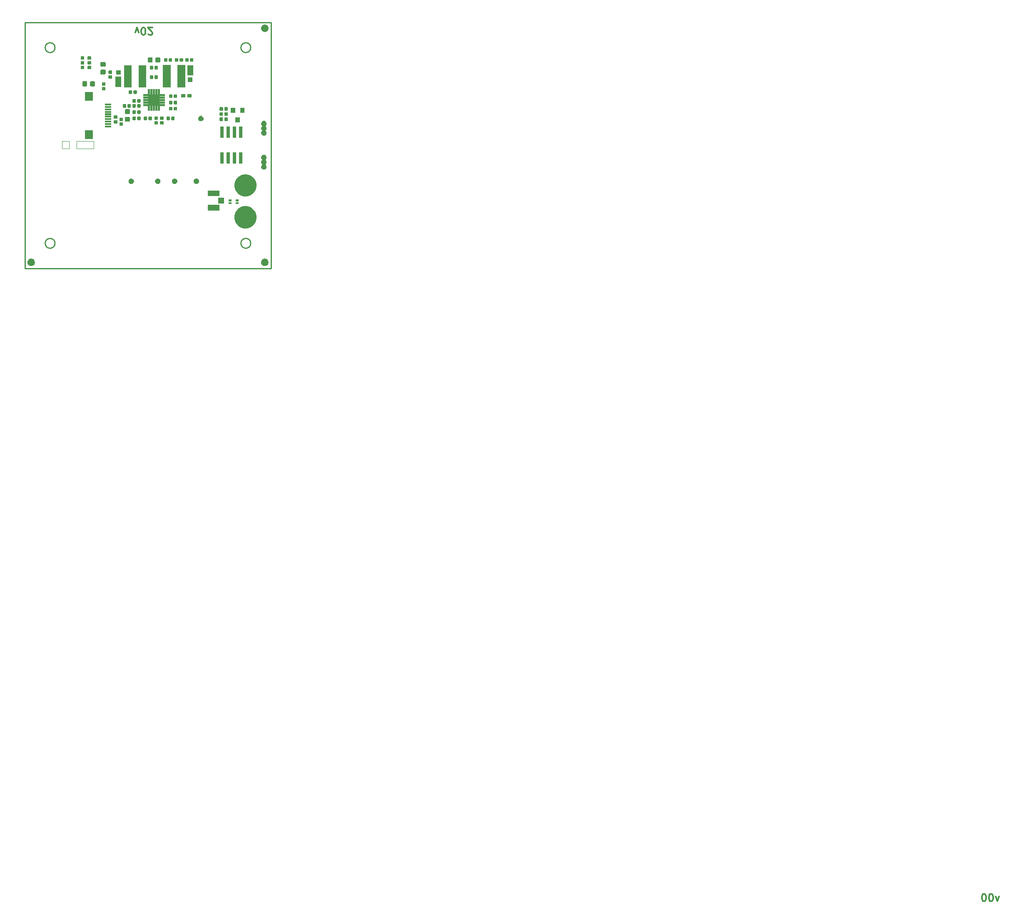
<source format=gbr>
%TF.GenerationSoftware,KiCad,Pcbnew,(5.0.1-3-g963ef8bb5)*%
%TF.CreationDate,2020-03-04T19:54:40-08:00*%
%TF.ProjectId,SolarCell+Y,536F6C617243656C6C2B592E6B696361,rev?*%
%TF.SameCoordinates,Original*%
%TF.FileFunction,Soldermask,Bot*%
%TF.FilePolarity,Negative*%
%FSLAX46Y46*%
G04 Gerber Fmt 4.6, Leading zero omitted, Abs format (unit mm)*
G04 Created by KiCad (PCBNEW (5.0.1-3-g963ef8bb5)) date Wednesday, March 04, 2020 at 07:54:40 PM*
%MOMM*%
%LPD*%
G01*
G04 APERTURE LIST*
%ADD10C,0.050000*%
%ADD11C,0.300000*%
%ADD12C,0.250000*%
%ADD13C,0.100000*%
G04 APERTURE END LIST*
D10*
X160500000Y-65600000D02*
X160500000Y-64100000D01*
X164000000Y-65600000D02*
X160500000Y-65600000D01*
X164000000Y-64100000D02*
X164000000Y-65600000D01*
X160500000Y-64100000D02*
X164000000Y-64100000D01*
X159000000Y-64100000D02*
X157500000Y-64100000D01*
X159000000Y-65650000D02*
X159000000Y-64100000D01*
X157500000Y-65650000D02*
X159000000Y-65650000D01*
X157500000Y-64100000D02*
X157500000Y-65650000D01*
D11*
X172432885Y-42028228D02*
X172790028Y-41028228D01*
X173147171Y-42028228D01*
X174004314Y-42528228D02*
X174147171Y-42528228D01*
X174290028Y-42456800D01*
X174361457Y-42385371D01*
X174432885Y-42242514D01*
X174504314Y-41956800D01*
X174504314Y-41599657D01*
X174432885Y-41313942D01*
X174361457Y-41171085D01*
X174290028Y-41099657D01*
X174147171Y-41028228D01*
X174004314Y-41028228D01*
X173861457Y-41099657D01*
X173790028Y-41171085D01*
X173718600Y-41313942D01*
X173647171Y-41599657D01*
X173647171Y-41956800D01*
X173718600Y-42242514D01*
X173790028Y-42385371D01*
X173861457Y-42456800D01*
X174004314Y-42528228D01*
X175075742Y-42385371D02*
X175147171Y-42456800D01*
X175290028Y-42528228D01*
X175647171Y-42528228D01*
X175790028Y-42456800D01*
X175861457Y-42385371D01*
X175932885Y-42242514D01*
X175932885Y-42099657D01*
X175861457Y-41885371D01*
X175004314Y-41028228D01*
X175932885Y-41028228D01*
D12*
X200000000Y-40000000D02*
X150000000Y-40000000D01*
X150000000Y-90000000D02*
X200000000Y-90000000D01*
X150000000Y-40000000D02*
X150000000Y-90000000D01*
X195900000Y-45100000D02*
G75*
G03X195900000Y-45100000I-1000000J0D01*
G01*
X156100000Y-84900000D02*
G75*
G03X156100000Y-84900000I-1000000J0D01*
G01*
X156100000Y-45100000D02*
G75*
G03X156100000Y-45100000I-1000000J0D01*
G01*
X195900000Y-84900000D02*
G75*
G03X195900000Y-84900000I-1000000J0D01*
G01*
X200000000Y-90000000D02*
X200000000Y-40000000D01*
D11*
X348051214Y-217737571D02*
X347694071Y-218737571D01*
X347336928Y-217737571D01*
X346479785Y-217237571D02*
X346336928Y-217237571D01*
X346194071Y-217309000D01*
X346122642Y-217380428D01*
X346051214Y-217523285D01*
X345979785Y-217809000D01*
X345979785Y-218166142D01*
X346051214Y-218451857D01*
X346122642Y-218594714D01*
X346194071Y-218666142D01*
X346336928Y-218737571D01*
X346479785Y-218737571D01*
X346622642Y-218666142D01*
X346694071Y-218594714D01*
X346765500Y-218451857D01*
X346836928Y-218166142D01*
X346836928Y-217809000D01*
X346765500Y-217523285D01*
X346694071Y-217380428D01*
X346622642Y-217309000D01*
X346479785Y-217237571D01*
X345051214Y-217237571D02*
X344908357Y-217237571D01*
X344765500Y-217309000D01*
X344694071Y-217380428D01*
X344622642Y-217523285D01*
X344551214Y-217809000D01*
X344551214Y-218166142D01*
X344622642Y-218451857D01*
X344694071Y-218594714D01*
X344765500Y-218666142D01*
X344908357Y-218737571D01*
X345051214Y-218737571D01*
X345194071Y-218666142D01*
X345265500Y-218594714D01*
X345336928Y-218451857D01*
X345408357Y-218166142D01*
X345408357Y-217809000D01*
X345336928Y-217523285D01*
X345265500Y-217380428D01*
X345194071Y-217309000D01*
X345051214Y-217237571D01*
D13*
G36*
X198973767Y-88051822D02*
X199110258Y-88108359D01*
X199233097Y-88190437D01*
X199337563Y-88294903D01*
X199419641Y-88417742D01*
X199476178Y-88554233D01*
X199505000Y-88699131D01*
X199505000Y-88846869D01*
X199476178Y-88991767D01*
X199419641Y-89128258D01*
X199337563Y-89251097D01*
X199233097Y-89355563D01*
X199110258Y-89437641D01*
X198973767Y-89494178D01*
X198828869Y-89523000D01*
X198681131Y-89523000D01*
X198536233Y-89494178D01*
X198399742Y-89437641D01*
X198276903Y-89355563D01*
X198172437Y-89251097D01*
X198090359Y-89128258D01*
X198033822Y-88991767D01*
X198005000Y-88846869D01*
X198005000Y-88699131D01*
X198033822Y-88554233D01*
X198090359Y-88417742D01*
X198172437Y-88294903D01*
X198276903Y-88190437D01*
X198399742Y-88108359D01*
X198536233Y-88051822D01*
X198681131Y-88023000D01*
X198828869Y-88023000D01*
X198973767Y-88051822D01*
X198973767Y-88051822D01*
G37*
G36*
X151475767Y-88051822D02*
X151612258Y-88108359D01*
X151735097Y-88190437D01*
X151839563Y-88294903D01*
X151921641Y-88417742D01*
X151978178Y-88554233D01*
X152007000Y-88699131D01*
X152007000Y-88846869D01*
X151978178Y-88991767D01*
X151921641Y-89128258D01*
X151839563Y-89251097D01*
X151735097Y-89355563D01*
X151612258Y-89437641D01*
X151475767Y-89494178D01*
X151330869Y-89523000D01*
X151183131Y-89523000D01*
X151038233Y-89494178D01*
X150901742Y-89437641D01*
X150778903Y-89355563D01*
X150674437Y-89251097D01*
X150592359Y-89128258D01*
X150535822Y-88991767D01*
X150507000Y-88846869D01*
X150507000Y-88699131D01*
X150535822Y-88554233D01*
X150592359Y-88417742D01*
X150674437Y-88294903D01*
X150778903Y-88190437D01*
X150901742Y-88108359D01*
X151038233Y-88051822D01*
X151183131Y-88023000D01*
X151330869Y-88023000D01*
X151475767Y-88051822D01*
X151475767Y-88051822D01*
G37*
G36*
X195456009Y-77437428D02*
X195865301Y-77606962D01*
X196233654Y-77853088D01*
X196546912Y-78166346D01*
X196793038Y-78534699D01*
X196962572Y-78943991D01*
X197049000Y-79378493D01*
X197049000Y-79821507D01*
X196962572Y-80256009D01*
X196793038Y-80665301D01*
X196546912Y-81033654D01*
X196233654Y-81346912D01*
X195865301Y-81593038D01*
X195456009Y-81762572D01*
X195021507Y-81849000D01*
X194578493Y-81849000D01*
X194143991Y-81762572D01*
X193734699Y-81593038D01*
X193366346Y-81346912D01*
X193053088Y-81033654D01*
X192806962Y-80665301D01*
X192637428Y-80256009D01*
X192551000Y-79821507D01*
X192551000Y-79378493D01*
X192637428Y-78943991D01*
X192806962Y-78534699D01*
X193053088Y-78166346D01*
X193366346Y-77853088D01*
X193734699Y-77606962D01*
X194143991Y-77437428D01*
X194578493Y-77351000D01*
X195021507Y-77351000D01*
X195456009Y-77437428D01*
X195456009Y-77437428D01*
G37*
G36*
X189515000Y-78249000D02*
X187167000Y-78249000D01*
X187167000Y-77101000D01*
X189515000Y-77101000D01*
X189515000Y-78249000D01*
X189515000Y-78249000D01*
G37*
G36*
X193454000Y-76928000D02*
X192856000Y-76928000D01*
X192856000Y-76530000D01*
X193454000Y-76530000D01*
X193454000Y-76928000D01*
X193454000Y-76928000D01*
G37*
G36*
X191954000Y-76928000D02*
X191356000Y-76928000D01*
X191356000Y-76530000D01*
X191954000Y-76530000D01*
X191954000Y-76928000D01*
X191954000Y-76928000D01*
G37*
G36*
X190440000Y-76774000D02*
X189292000Y-76774000D01*
X189292000Y-75626000D01*
X190440000Y-75626000D01*
X190440000Y-76774000D01*
X190440000Y-76774000D01*
G37*
G36*
X193454000Y-76378000D02*
X192856000Y-76378000D01*
X192856000Y-75980000D01*
X193454000Y-75980000D01*
X193454000Y-76378000D01*
X193454000Y-76378000D01*
G37*
G36*
X191954000Y-76378000D02*
X191356000Y-76378000D01*
X191356000Y-75980000D01*
X191954000Y-75980000D01*
X191954000Y-76378000D01*
X191954000Y-76378000D01*
G37*
G36*
X195456009Y-70937428D02*
X195865301Y-71106962D01*
X196233654Y-71353088D01*
X196546912Y-71666346D01*
X196793038Y-72034699D01*
X196962572Y-72443991D01*
X197049000Y-72878493D01*
X197049000Y-73321507D01*
X196962572Y-73756009D01*
X196793038Y-74165301D01*
X196546912Y-74533654D01*
X196233654Y-74846912D01*
X195865301Y-75093038D01*
X195456009Y-75262572D01*
X195021507Y-75349000D01*
X194578493Y-75349000D01*
X194143991Y-75262572D01*
X193734699Y-75093038D01*
X193366346Y-74846912D01*
X193053088Y-74533654D01*
X192806962Y-74165301D01*
X192637428Y-73756009D01*
X192551000Y-73321507D01*
X192551000Y-72878493D01*
X192637428Y-72443991D01*
X192806962Y-72034699D01*
X193053088Y-71666346D01*
X193366346Y-71353088D01*
X193734699Y-71106962D01*
X194143991Y-70937428D01*
X194578493Y-70851000D01*
X195021507Y-70851000D01*
X195456009Y-70937428D01*
X195456009Y-70937428D01*
G37*
G36*
X189515000Y-75299000D02*
X187167000Y-75299000D01*
X187167000Y-74151000D01*
X189515000Y-74151000D01*
X189515000Y-75299000D01*
X189515000Y-75299000D01*
G37*
G36*
X184995938Y-71735098D02*
X185095847Y-71776482D01*
X185095849Y-71776483D01*
X185185767Y-71836564D01*
X185262235Y-71913032D01*
X185322318Y-72002953D01*
X185363702Y-72102862D01*
X185384800Y-72208929D01*
X185384800Y-72317071D01*
X185363702Y-72423138D01*
X185355064Y-72443991D01*
X185322317Y-72523049D01*
X185262236Y-72612967D01*
X185185767Y-72689436D01*
X185095849Y-72749517D01*
X185095848Y-72749518D01*
X185095847Y-72749518D01*
X184995938Y-72790902D01*
X184889872Y-72812000D01*
X184781728Y-72812000D01*
X184675662Y-72790902D01*
X184575753Y-72749518D01*
X184575752Y-72749518D01*
X184575751Y-72749517D01*
X184485833Y-72689436D01*
X184409364Y-72612967D01*
X184349283Y-72523049D01*
X184316536Y-72443991D01*
X184307898Y-72423138D01*
X184286800Y-72317071D01*
X184286800Y-72208929D01*
X184307898Y-72102862D01*
X184349282Y-72002953D01*
X184409365Y-71913032D01*
X184485833Y-71836564D01*
X184575751Y-71776483D01*
X184575753Y-71776482D01*
X184675662Y-71735098D01*
X184781728Y-71714000D01*
X184889872Y-71714000D01*
X184995938Y-71735098D01*
X184995938Y-71735098D01*
G37*
G36*
X177147338Y-71735098D02*
X177247247Y-71776482D01*
X177247249Y-71776483D01*
X177337167Y-71836564D01*
X177413635Y-71913032D01*
X177473718Y-72002953D01*
X177515102Y-72102862D01*
X177536200Y-72208929D01*
X177536200Y-72317071D01*
X177515102Y-72423138D01*
X177506464Y-72443991D01*
X177473717Y-72523049D01*
X177413636Y-72612967D01*
X177337167Y-72689436D01*
X177247249Y-72749517D01*
X177247248Y-72749518D01*
X177247247Y-72749518D01*
X177147338Y-72790902D01*
X177041272Y-72812000D01*
X176933128Y-72812000D01*
X176827062Y-72790902D01*
X176727153Y-72749518D01*
X176727152Y-72749518D01*
X176727151Y-72749517D01*
X176637233Y-72689436D01*
X176560764Y-72612967D01*
X176500683Y-72523049D01*
X176467936Y-72443991D01*
X176459298Y-72423138D01*
X176438200Y-72317071D01*
X176438200Y-72208929D01*
X176459298Y-72102862D01*
X176500682Y-72002953D01*
X176560765Y-71913032D01*
X176637233Y-71836564D01*
X176727151Y-71776483D01*
X176727153Y-71776482D01*
X176827062Y-71735098D01*
X176933128Y-71714000D01*
X177041272Y-71714000D01*
X177147338Y-71735098D01*
X177147338Y-71735098D01*
G37*
G36*
X171762538Y-71735098D02*
X171862447Y-71776482D01*
X171862449Y-71776483D01*
X171952367Y-71836564D01*
X172028835Y-71913032D01*
X172088918Y-72002953D01*
X172130302Y-72102862D01*
X172151400Y-72208929D01*
X172151400Y-72317071D01*
X172130302Y-72423138D01*
X172121664Y-72443991D01*
X172088917Y-72523049D01*
X172028836Y-72612967D01*
X171952367Y-72689436D01*
X171862449Y-72749517D01*
X171862448Y-72749518D01*
X171862447Y-72749518D01*
X171762538Y-72790902D01*
X171656472Y-72812000D01*
X171548328Y-72812000D01*
X171442262Y-72790902D01*
X171342353Y-72749518D01*
X171342352Y-72749518D01*
X171342351Y-72749517D01*
X171252433Y-72689436D01*
X171175964Y-72612967D01*
X171115883Y-72523049D01*
X171083136Y-72443991D01*
X171074498Y-72423138D01*
X171053400Y-72317071D01*
X171053400Y-72208929D01*
X171074498Y-72102862D01*
X171115882Y-72002953D01*
X171175965Y-71913032D01*
X171252433Y-71836564D01*
X171342351Y-71776483D01*
X171342353Y-71776482D01*
X171442262Y-71735098D01*
X171548328Y-71714000D01*
X171656472Y-71714000D01*
X171762538Y-71735098D01*
X171762538Y-71735098D01*
G37*
G36*
X180584804Y-71735098D02*
X180684713Y-71776482D01*
X180684715Y-71776483D01*
X180774633Y-71836564D01*
X180851101Y-71913032D01*
X180911184Y-72002953D01*
X180952568Y-72102862D01*
X180973666Y-72208929D01*
X180973666Y-72317071D01*
X180952568Y-72423138D01*
X180943930Y-72443991D01*
X180911183Y-72523049D01*
X180851102Y-72612967D01*
X180774633Y-72689436D01*
X180684715Y-72749517D01*
X180684714Y-72749518D01*
X180684713Y-72749518D01*
X180584804Y-72790902D01*
X180478738Y-72812000D01*
X180370594Y-72812000D01*
X180264528Y-72790902D01*
X180164619Y-72749518D01*
X180164618Y-72749518D01*
X180164617Y-72749517D01*
X180074699Y-72689436D01*
X179998230Y-72612967D01*
X179938149Y-72523049D01*
X179905402Y-72443991D01*
X179896764Y-72423138D01*
X179875666Y-72317071D01*
X179875666Y-72208929D01*
X179896764Y-72102862D01*
X179938148Y-72002953D01*
X179998231Y-71913032D01*
X180074699Y-71836564D01*
X180164617Y-71776483D01*
X180164619Y-71776482D01*
X180264528Y-71735098D01*
X180370594Y-71714000D01*
X180478738Y-71714000D01*
X180584804Y-71735098D01*
X180584804Y-71735098D01*
G37*
G36*
X198674666Y-66883703D02*
X198728472Y-66894405D01*
X198829837Y-66936392D01*
X198921067Y-66997350D01*
X198998650Y-67074933D01*
X199059608Y-67166163D01*
X199101595Y-67267528D01*
X199123000Y-67375141D01*
X199123000Y-67484859D01*
X199101595Y-67592472D01*
X199059608Y-67693837D01*
X198998650Y-67785067D01*
X198921065Y-67862652D01*
X198919284Y-67863842D01*
X198911783Y-67869998D01*
X198905627Y-67877498D01*
X198901052Y-67886056D01*
X198898235Y-67895342D01*
X198897284Y-67904999D01*
X198898235Y-67914656D01*
X198901052Y-67923942D01*
X198905626Y-67932500D01*
X198911782Y-67940001D01*
X198919284Y-67946158D01*
X198921065Y-67947348D01*
X198998650Y-68024933D01*
X199059608Y-68116163D01*
X199101595Y-68217528D01*
X199123000Y-68325141D01*
X199123000Y-68434859D01*
X199101595Y-68542472D01*
X199059608Y-68643837D01*
X198998650Y-68735067D01*
X198921065Y-68812652D01*
X198919284Y-68813842D01*
X198911783Y-68819998D01*
X198905627Y-68827498D01*
X198901052Y-68836056D01*
X198898235Y-68845342D01*
X198897284Y-68854999D01*
X198898235Y-68864656D01*
X198901052Y-68873942D01*
X198905626Y-68882500D01*
X198911782Y-68890001D01*
X198919284Y-68896158D01*
X198921065Y-68897348D01*
X198998650Y-68974933D01*
X199059608Y-69066163D01*
X199101595Y-69167528D01*
X199123000Y-69275141D01*
X199123000Y-69384859D01*
X199101595Y-69492472D01*
X199059608Y-69593837D01*
X198998650Y-69685067D01*
X198921067Y-69762650D01*
X198829837Y-69823608D01*
X198728472Y-69865595D01*
X198674666Y-69876297D01*
X198620860Y-69887000D01*
X198511140Y-69887000D01*
X198457334Y-69876297D01*
X198403528Y-69865595D01*
X198302163Y-69823608D01*
X198210933Y-69762650D01*
X198133350Y-69685067D01*
X198072392Y-69593837D01*
X198030405Y-69492472D01*
X198009000Y-69384859D01*
X198009000Y-69275141D01*
X198030405Y-69167528D01*
X198072392Y-69066163D01*
X198133350Y-68974933D01*
X198210935Y-68897348D01*
X198212716Y-68896158D01*
X198220217Y-68890002D01*
X198226373Y-68882502D01*
X198230948Y-68873944D01*
X198233765Y-68864658D01*
X198234716Y-68855001D01*
X198233765Y-68845344D01*
X198230948Y-68836058D01*
X198226374Y-68827500D01*
X198220218Y-68819999D01*
X198212716Y-68813842D01*
X198210935Y-68812652D01*
X198133350Y-68735067D01*
X198072392Y-68643837D01*
X198030405Y-68542472D01*
X198009000Y-68434859D01*
X198009000Y-68325141D01*
X198030405Y-68217528D01*
X198072392Y-68116163D01*
X198133350Y-68024933D01*
X198210935Y-67947348D01*
X198212716Y-67946158D01*
X198220217Y-67940002D01*
X198226373Y-67932502D01*
X198230948Y-67923944D01*
X198233765Y-67914658D01*
X198234716Y-67905001D01*
X198233765Y-67895344D01*
X198230948Y-67886058D01*
X198226374Y-67877500D01*
X198220218Y-67869999D01*
X198212716Y-67863842D01*
X198210935Y-67862652D01*
X198133350Y-67785067D01*
X198072392Y-67693837D01*
X198030405Y-67592472D01*
X198009000Y-67484859D01*
X198009000Y-67375141D01*
X198030405Y-67267528D01*
X198072392Y-67166163D01*
X198133350Y-67074933D01*
X198210933Y-66997350D01*
X198302163Y-66936392D01*
X198403528Y-66894405D01*
X198457334Y-66883703D01*
X198511140Y-66873000D01*
X198620860Y-66873000D01*
X198674666Y-66883703D01*
X198674666Y-66883703D01*
G37*
G36*
X194220800Y-68676100D02*
X193513200Y-68676100D01*
X193513200Y-66368300D01*
X194220800Y-66368300D01*
X194220800Y-68676100D01*
X194220800Y-68676100D01*
G37*
G36*
X192950800Y-68676100D02*
X192243200Y-68676100D01*
X192243200Y-66368300D01*
X192950800Y-66368300D01*
X192950800Y-68676100D01*
X192950800Y-68676100D01*
G37*
G36*
X191680800Y-68676100D02*
X190973200Y-68676100D01*
X190973200Y-66368300D01*
X191680800Y-66368300D01*
X191680800Y-68676100D01*
X191680800Y-68676100D01*
G37*
G36*
X190410800Y-68676100D02*
X189703200Y-68676100D01*
X189703200Y-66368300D01*
X190410800Y-66368300D01*
X190410800Y-68676100D01*
X190410800Y-68676100D01*
G37*
G36*
X163792240Y-63696520D02*
X162194240Y-63696520D01*
X162194240Y-61898520D01*
X163792240Y-61898520D01*
X163792240Y-63696520D01*
X163792240Y-63696520D01*
G37*
G36*
X194220800Y-63443700D02*
X193513200Y-63443700D01*
X193513200Y-61135900D01*
X194220800Y-61135900D01*
X194220800Y-63443700D01*
X194220800Y-63443700D01*
G37*
G36*
X192950800Y-63443700D02*
X192243200Y-63443700D01*
X192243200Y-61135900D01*
X192950800Y-61135900D01*
X192950800Y-63443700D01*
X192950800Y-63443700D01*
G37*
G36*
X190410800Y-63443700D02*
X189703200Y-63443700D01*
X189703200Y-61135900D01*
X190410800Y-61135900D01*
X190410800Y-63443700D01*
X190410800Y-63443700D01*
G37*
G36*
X191680800Y-63443700D02*
X190973200Y-63443700D01*
X190973200Y-61135900D01*
X191680800Y-61135900D01*
X191680800Y-63443700D01*
X191680800Y-63443700D01*
G37*
G36*
X198674666Y-59983703D02*
X198728472Y-59994405D01*
X198829837Y-60036392D01*
X198921067Y-60097350D01*
X198998650Y-60174933D01*
X199059608Y-60266163D01*
X199101595Y-60367528D01*
X199123000Y-60475141D01*
X199123000Y-60584859D01*
X199101595Y-60692472D01*
X199059608Y-60793837D01*
X198998650Y-60885067D01*
X198921065Y-60962652D01*
X198919284Y-60963842D01*
X198911783Y-60969998D01*
X198905627Y-60977498D01*
X198901052Y-60986056D01*
X198898235Y-60995342D01*
X198897284Y-61004999D01*
X198898235Y-61014656D01*
X198901052Y-61023942D01*
X198905626Y-61032500D01*
X198911782Y-61040001D01*
X198919284Y-61046158D01*
X198921065Y-61047348D01*
X198998650Y-61124933D01*
X199059608Y-61216163D01*
X199101595Y-61317528D01*
X199123000Y-61425141D01*
X199123000Y-61534859D01*
X199101595Y-61642472D01*
X199059608Y-61743837D01*
X198998650Y-61835067D01*
X198921065Y-61912652D01*
X198919284Y-61913842D01*
X198911783Y-61919998D01*
X198905627Y-61927498D01*
X198901052Y-61936056D01*
X198898235Y-61945342D01*
X198897284Y-61954999D01*
X198898235Y-61964656D01*
X198901052Y-61973942D01*
X198905626Y-61982500D01*
X198911782Y-61990001D01*
X198919284Y-61996158D01*
X198921065Y-61997348D01*
X198998650Y-62074933D01*
X199059608Y-62166163D01*
X199101595Y-62267528D01*
X199123000Y-62375141D01*
X199123000Y-62484859D01*
X199101595Y-62592472D01*
X199059608Y-62693837D01*
X198998650Y-62785067D01*
X198921067Y-62862650D01*
X198829837Y-62923608D01*
X198728472Y-62965595D01*
X198674665Y-62976298D01*
X198620860Y-62987000D01*
X198511140Y-62987000D01*
X198457335Y-62976298D01*
X198403528Y-62965595D01*
X198302163Y-62923608D01*
X198210933Y-62862650D01*
X198133350Y-62785067D01*
X198072392Y-62693837D01*
X198030405Y-62592472D01*
X198009000Y-62484859D01*
X198009000Y-62375141D01*
X198030405Y-62267528D01*
X198072392Y-62166163D01*
X198133350Y-62074933D01*
X198210935Y-61997348D01*
X198212716Y-61996158D01*
X198220217Y-61990002D01*
X198226373Y-61982502D01*
X198230948Y-61973944D01*
X198233765Y-61964658D01*
X198234716Y-61955001D01*
X198233765Y-61945344D01*
X198230948Y-61936058D01*
X198226374Y-61927500D01*
X198220218Y-61919999D01*
X198212716Y-61913842D01*
X198210935Y-61912652D01*
X198133350Y-61835067D01*
X198072392Y-61743837D01*
X198030405Y-61642472D01*
X198009000Y-61534859D01*
X198009000Y-61425141D01*
X198030405Y-61317528D01*
X198072392Y-61216163D01*
X198133350Y-61124933D01*
X198210935Y-61047348D01*
X198212716Y-61046158D01*
X198220217Y-61040002D01*
X198226373Y-61032502D01*
X198230948Y-61023944D01*
X198233765Y-61014658D01*
X198234716Y-61005001D01*
X198233765Y-60995344D01*
X198230948Y-60986058D01*
X198226374Y-60977500D01*
X198220218Y-60969999D01*
X198212716Y-60963842D01*
X198210935Y-60962652D01*
X198133350Y-60885067D01*
X198072392Y-60793837D01*
X198030405Y-60692472D01*
X198009000Y-60584859D01*
X198009000Y-60475141D01*
X198030405Y-60367528D01*
X198072392Y-60266163D01*
X198133350Y-60174933D01*
X198210933Y-60097350D01*
X198302163Y-60036392D01*
X198403528Y-59994405D01*
X198457334Y-59983703D01*
X198511140Y-59973000D01*
X198620860Y-59973000D01*
X198674666Y-59983703D01*
X198674666Y-59983703D01*
G37*
G36*
X167492240Y-61321520D02*
X166294240Y-61321520D01*
X166294240Y-60973520D01*
X167492240Y-60973520D01*
X167492240Y-61321520D01*
X167492240Y-61321520D01*
G37*
G36*
X169810673Y-60306504D02*
X169838248Y-60314870D01*
X169863662Y-60328454D01*
X169885942Y-60346738D01*
X169904226Y-60369018D01*
X169917810Y-60394432D01*
X169926176Y-60422007D01*
X169929240Y-60453124D01*
X169929240Y-60841756D01*
X169926176Y-60872873D01*
X169917810Y-60900448D01*
X169904226Y-60925862D01*
X169885942Y-60948142D01*
X169863662Y-60966426D01*
X169838248Y-60980010D01*
X169810673Y-60988376D01*
X169779556Y-60991440D01*
X169340924Y-60991440D01*
X169309807Y-60988376D01*
X169282232Y-60980010D01*
X169256818Y-60966426D01*
X169234538Y-60948142D01*
X169216254Y-60925862D01*
X169202670Y-60900448D01*
X169194304Y-60872873D01*
X169191240Y-60841756D01*
X169191240Y-60453124D01*
X169194304Y-60422007D01*
X169202670Y-60394432D01*
X169216254Y-60369018D01*
X169234538Y-60346738D01*
X169256818Y-60328454D01*
X169282232Y-60314870D01*
X169309807Y-60306504D01*
X169340924Y-60303440D01*
X169779556Y-60303440D01*
X169810673Y-60306504D01*
X169810673Y-60306504D01*
G37*
G36*
X167492240Y-60821520D02*
X166294240Y-60821520D01*
X166294240Y-60473520D01*
X167492240Y-60473520D01*
X167492240Y-60821520D01*
X167492240Y-60821520D01*
G37*
G36*
X176907433Y-60052504D02*
X176935008Y-60060870D01*
X176960422Y-60074454D01*
X176982702Y-60092738D01*
X177000986Y-60115018D01*
X177014570Y-60140432D01*
X177022936Y-60168007D01*
X177026000Y-60199124D01*
X177026000Y-60587756D01*
X177022936Y-60618873D01*
X177014570Y-60646448D01*
X177000986Y-60671862D01*
X176982702Y-60694142D01*
X176960422Y-60712426D01*
X176935008Y-60726010D01*
X176907433Y-60734376D01*
X176876316Y-60737440D01*
X176437684Y-60737440D01*
X176406567Y-60734376D01*
X176378992Y-60726010D01*
X176353578Y-60712426D01*
X176331298Y-60694142D01*
X176313014Y-60671862D01*
X176299430Y-60646448D01*
X176291064Y-60618873D01*
X176288000Y-60587756D01*
X176288000Y-60199124D01*
X176291064Y-60168007D01*
X176299430Y-60140432D01*
X176313014Y-60115018D01*
X176331298Y-60092738D01*
X176353578Y-60074454D01*
X176378992Y-60060870D01*
X176406567Y-60052504D01*
X176437684Y-60049440D01*
X176876316Y-60049440D01*
X176907433Y-60052504D01*
X176907433Y-60052504D01*
G37*
G36*
X178065673Y-60052504D02*
X178093248Y-60060870D01*
X178118662Y-60074454D01*
X178140942Y-60092738D01*
X178159226Y-60115018D01*
X178172810Y-60140432D01*
X178181176Y-60168007D01*
X178184240Y-60199124D01*
X178184240Y-60587756D01*
X178181176Y-60618873D01*
X178172810Y-60646448D01*
X178159226Y-60671862D01*
X178140942Y-60694142D01*
X178118662Y-60712426D01*
X178093248Y-60726010D01*
X178065673Y-60734376D01*
X178034556Y-60737440D01*
X177595924Y-60737440D01*
X177564807Y-60734376D01*
X177537232Y-60726010D01*
X177511818Y-60712426D01*
X177489538Y-60694142D01*
X177471254Y-60671862D01*
X177457670Y-60646448D01*
X177449304Y-60618873D01*
X177446240Y-60587756D01*
X177446240Y-60199124D01*
X177449304Y-60168007D01*
X177457670Y-60140432D01*
X177471254Y-60115018D01*
X177489538Y-60092738D01*
X177511818Y-60074454D01*
X177537232Y-60060870D01*
X177564807Y-60052504D01*
X177595924Y-60049440D01*
X178034556Y-60049440D01*
X178065673Y-60052504D01*
X178065673Y-60052504D01*
G37*
G36*
X168677833Y-59859464D02*
X168705408Y-59867830D01*
X168730822Y-59881414D01*
X168753102Y-59899698D01*
X168771386Y-59921978D01*
X168784970Y-59947392D01*
X168793336Y-59974967D01*
X168796400Y-60006084D01*
X168796400Y-60394716D01*
X168793336Y-60425833D01*
X168784970Y-60453408D01*
X168771386Y-60478822D01*
X168753102Y-60501102D01*
X168730822Y-60519386D01*
X168705408Y-60532970D01*
X168677833Y-60541336D01*
X168646716Y-60544400D01*
X168208084Y-60544400D01*
X168176967Y-60541336D01*
X168149392Y-60532970D01*
X168123978Y-60519386D01*
X168101698Y-60501102D01*
X168083414Y-60478822D01*
X168069830Y-60453408D01*
X168061464Y-60425833D01*
X168058400Y-60394716D01*
X168058400Y-60006084D01*
X168061464Y-59974967D01*
X168069830Y-59947392D01*
X168083414Y-59921978D01*
X168101698Y-59899698D01*
X168123978Y-59881414D01*
X168149392Y-59867830D01*
X168176967Y-59859464D01*
X168208084Y-59856400D01*
X168646716Y-59856400D01*
X168677833Y-59859464D01*
X168677833Y-59859464D01*
G37*
G36*
X167492240Y-60321520D02*
X166294240Y-60321520D01*
X166294240Y-59973520D01*
X167492240Y-59973520D01*
X167492240Y-60321520D01*
X167492240Y-60321520D01*
G37*
G36*
X193681000Y-60309000D02*
X192783000Y-60309000D01*
X192783000Y-59311000D01*
X193681000Y-59311000D01*
X193681000Y-60309000D01*
X193681000Y-60309000D01*
G37*
G36*
X171178322Y-59197874D02*
X171219266Y-59210294D01*
X171257000Y-59230463D01*
X171290074Y-59257606D01*
X171317217Y-59290680D01*
X171337386Y-59328414D01*
X171349806Y-59369358D01*
X171354240Y-59414376D01*
X171354240Y-59945504D01*
X171349806Y-59990522D01*
X171337386Y-60031466D01*
X171317217Y-60069200D01*
X171290074Y-60102274D01*
X171257000Y-60129417D01*
X171219266Y-60149586D01*
X171178322Y-60162006D01*
X171133304Y-60166440D01*
X170527176Y-60166440D01*
X170482158Y-60162006D01*
X170441214Y-60149586D01*
X170403480Y-60129417D01*
X170370406Y-60102274D01*
X170343263Y-60069200D01*
X170323094Y-60031466D01*
X170310674Y-59990522D01*
X170306240Y-59945504D01*
X170306240Y-59414376D01*
X170310674Y-59369358D01*
X170323094Y-59328414D01*
X170343263Y-59290680D01*
X170370406Y-59257606D01*
X170403480Y-59230463D01*
X170441214Y-59210294D01*
X170482158Y-59197874D01*
X170527176Y-59193440D01*
X171133304Y-59193440D01*
X171178322Y-59197874D01*
X171178322Y-59197874D01*
G37*
G36*
X185856153Y-58973520D02*
X185910338Y-58984298D01*
X186010247Y-59025682D01*
X186010249Y-59025683D01*
X186100167Y-59085764D01*
X186176636Y-59162233D01*
X186231688Y-59244624D01*
X186236718Y-59252153D01*
X186275812Y-59346533D01*
X186278102Y-59352063D01*
X186299200Y-59458128D01*
X186299200Y-59566272D01*
X186298193Y-59571336D01*
X186278102Y-59672338D01*
X186240078Y-59764135D01*
X186236717Y-59772249D01*
X186176636Y-59862167D01*
X186100167Y-59938636D01*
X186010249Y-59998717D01*
X186010248Y-59998718D01*
X186010247Y-59998718D01*
X185910338Y-60040102D01*
X185863393Y-60049440D01*
X185804272Y-60061200D01*
X185696128Y-60061200D01*
X185637007Y-60049440D01*
X185590062Y-60040102D01*
X185490153Y-59998718D01*
X185490152Y-59998718D01*
X185490151Y-59998717D01*
X185400233Y-59938636D01*
X185323764Y-59862167D01*
X185263683Y-59772249D01*
X185260322Y-59764135D01*
X185222298Y-59672338D01*
X185202207Y-59571336D01*
X185201200Y-59566272D01*
X185201200Y-59458128D01*
X185222298Y-59352063D01*
X185224589Y-59346533D01*
X185263682Y-59252153D01*
X185268713Y-59244624D01*
X185323764Y-59162233D01*
X185400233Y-59085764D01*
X185490151Y-59025683D01*
X185490153Y-59025682D01*
X185590062Y-58984298D01*
X185644247Y-58973520D01*
X185696128Y-58963200D01*
X185804272Y-58963200D01*
X185856153Y-58973520D01*
X185856153Y-58973520D01*
G37*
G36*
X169810673Y-59336504D02*
X169838248Y-59344870D01*
X169863662Y-59358454D01*
X169885942Y-59376738D01*
X169904226Y-59399018D01*
X169917810Y-59424432D01*
X169926176Y-59452007D01*
X169929240Y-59483124D01*
X169929240Y-59871756D01*
X169926176Y-59902873D01*
X169917810Y-59930448D01*
X169904226Y-59955862D01*
X169885942Y-59978142D01*
X169863662Y-59996426D01*
X169838248Y-60010010D01*
X169810673Y-60018376D01*
X169779556Y-60021440D01*
X169340924Y-60021440D01*
X169309807Y-60018376D01*
X169282232Y-60010010D01*
X169256818Y-59996426D01*
X169234538Y-59978142D01*
X169216254Y-59955862D01*
X169202670Y-59930448D01*
X169194304Y-59902873D01*
X169191240Y-59871756D01*
X169191240Y-59483124D01*
X169194304Y-59452007D01*
X169202670Y-59424432D01*
X169216254Y-59399018D01*
X169234538Y-59376738D01*
X169256818Y-59358454D01*
X169282232Y-59344870D01*
X169309807Y-59336504D01*
X169340924Y-59333440D01*
X169779556Y-59333440D01*
X169810673Y-59336504D01*
X169810673Y-59336504D01*
G37*
G36*
X190128433Y-59284064D02*
X190156008Y-59292430D01*
X190181422Y-59306014D01*
X190203702Y-59324298D01*
X190221986Y-59346578D01*
X190235570Y-59371992D01*
X190243936Y-59399567D01*
X190247000Y-59430684D01*
X190247000Y-59869316D01*
X190243936Y-59900433D01*
X190235570Y-59928008D01*
X190221986Y-59953422D01*
X190203702Y-59975702D01*
X190181422Y-59993986D01*
X190156008Y-60007570D01*
X190128433Y-60015936D01*
X190097316Y-60019000D01*
X189708684Y-60019000D01*
X189677567Y-60015936D01*
X189649992Y-60007570D01*
X189624578Y-59993986D01*
X189602298Y-59975702D01*
X189584014Y-59953422D01*
X189570430Y-59928008D01*
X189562064Y-59900433D01*
X189559000Y-59869316D01*
X189559000Y-59430684D01*
X189562064Y-59399567D01*
X189570430Y-59371992D01*
X189584014Y-59346578D01*
X189602298Y-59324298D01*
X189624578Y-59306014D01*
X189649992Y-59292430D01*
X189677567Y-59284064D01*
X189708684Y-59281000D01*
X190097316Y-59281000D01*
X190128433Y-59284064D01*
X190128433Y-59284064D01*
G37*
G36*
X191098433Y-59284064D02*
X191126008Y-59292430D01*
X191151422Y-59306014D01*
X191173702Y-59324298D01*
X191191986Y-59346578D01*
X191205570Y-59371992D01*
X191213936Y-59399567D01*
X191217000Y-59430684D01*
X191217000Y-59869316D01*
X191213936Y-59900433D01*
X191205570Y-59928008D01*
X191191986Y-59953422D01*
X191173702Y-59975702D01*
X191151422Y-59993986D01*
X191126008Y-60007570D01*
X191098433Y-60015936D01*
X191067316Y-60019000D01*
X190678684Y-60019000D01*
X190647567Y-60015936D01*
X190619992Y-60007570D01*
X190594578Y-59993986D01*
X190572298Y-59975702D01*
X190554014Y-59953422D01*
X190540430Y-59928008D01*
X190532064Y-59900433D01*
X190529000Y-59869316D01*
X190529000Y-59430684D01*
X190532064Y-59399567D01*
X190540430Y-59371992D01*
X190554014Y-59346578D01*
X190572298Y-59324298D01*
X190594578Y-59306014D01*
X190619992Y-59292430D01*
X190647567Y-59284064D01*
X190678684Y-59281000D01*
X191067316Y-59281000D01*
X191098433Y-59284064D01*
X191098433Y-59284064D01*
G37*
G36*
X175668173Y-59098004D02*
X175695748Y-59106370D01*
X175721162Y-59119954D01*
X175743442Y-59138238D01*
X175761726Y-59160518D01*
X175775310Y-59185932D01*
X175783676Y-59213507D01*
X175786740Y-59244624D01*
X175786740Y-59683256D01*
X175783676Y-59714373D01*
X175775310Y-59741948D01*
X175761726Y-59767362D01*
X175743442Y-59789642D01*
X175721162Y-59807926D01*
X175695748Y-59821510D01*
X175668173Y-59829876D01*
X175637056Y-59832940D01*
X175248424Y-59832940D01*
X175217307Y-59829876D01*
X175189732Y-59821510D01*
X175164318Y-59807926D01*
X175142038Y-59789642D01*
X175123754Y-59767362D01*
X175110170Y-59741948D01*
X175101804Y-59714373D01*
X175098740Y-59683256D01*
X175098740Y-59244624D01*
X175101804Y-59213507D01*
X175110170Y-59185932D01*
X175123754Y-59160518D01*
X175142038Y-59138238D01*
X175164318Y-59119954D01*
X175189732Y-59106370D01*
X175217307Y-59098004D01*
X175248424Y-59094940D01*
X175637056Y-59094940D01*
X175668173Y-59098004D01*
X175668173Y-59098004D01*
G37*
G36*
X180303673Y-59098004D02*
X180331248Y-59106370D01*
X180356662Y-59119954D01*
X180378942Y-59138238D01*
X180397226Y-59160518D01*
X180410810Y-59185932D01*
X180419176Y-59213507D01*
X180422240Y-59244624D01*
X180422240Y-59683256D01*
X180419176Y-59714373D01*
X180410810Y-59741948D01*
X180397226Y-59767362D01*
X180378942Y-59789642D01*
X180356662Y-59807926D01*
X180331248Y-59821510D01*
X180303673Y-59829876D01*
X180272556Y-59832940D01*
X179883924Y-59832940D01*
X179852807Y-59829876D01*
X179825232Y-59821510D01*
X179799818Y-59807926D01*
X179777538Y-59789642D01*
X179759254Y-59767362D01*
X179745670Y-59741948D01*
X179737304Y-59714373D01*
X179734240Y-59683256D01*
X179734240Y-59244624D01*
X179737304Y-59213507D01*
X179745670Y-59185932D01*
X179759254Y-59160518D01*
X179777538Y-59138238D01*
X179799818Y-59119954D01*
X179825232Y-59106370D01*
X179852807Y-59098004D01*
X179883924Y-59094940D01*
X180272556Y-59094940D01*
X180303673Y-59098004D01*
X180303673Y-59098004D01*
G37*
G36*
X172412173Y-59098004D02*
X172439748Y-59106370D01*
X172465162Y-59119954D01*
X172487442Y-59138238D01*
X172505726Y-59160518D01*
X172519310Y-59185932D01*
X172527676Y-59213507D01*
X172530740Y-59244624D01*
X172530740Y-59683256D01*
X172527676Y-59714373D01*
X172519310Y-59741948D01*
X172505726Y-59767362D01*
X172487442Y-59789642D01*
X172465162Y-59807926D01*
X172439748Y-59821510D01*
X172412173Y-59829876D01*
X172381056Y-59832940D01*
X171992424Y-59832940D01*
X171961307Y-59829876D01*
X171933732Y-59821510D01*
X171908318Y-59807926D01*
X171886038Y-59789642D01*
X171867754Y-59767362D01*
X171854170Y-59741948D01*
X171845804Y-59714373D01*
X171842740Y-59683256D01*
X171842740Y-59244624D01*
X171845804Y-59213507D01*
X171854170Y-59185932D01*
X171867754Y-59160518D01*
X171886038Y-59138238D01*
X171908318Y-59119954D01*
X171933732Y-59106370D01*
X171961307Y-59098004D01*
X171992424Y-59094940D01*
X172381056Y-59094940D01*
X172412173Y-59098004D01*
X172412173Y-59098004D01*
G37*
G36*
X179333673Y-59098004D02*
X179361248Y-59106370D01*
X179386662Y-59119954D01*
X179408942Y-59138238D01*
X179427226Y-59160518D01*
X179440810Y-59185932D01*
X179449176Y-59213507D01*
X179452240Y-59244624D01*
X179452240Y-59683256D01*
X179449176Y-59714373D01*
X179440810Y-59741948D01*
X179427226Y-59767362D01*
X179408942Y-59789642D01*
X179386662Y-59807926D01*
X179361248Y-59821510D01*
X179333673Y-59829876D01*
X179302556Y-59832940D01*
X178913924Y-59832940D01*
X178882807Y-59829876D01*
X178855232Y-59821510D01*
X178829818Y-59807926D01*
X178807538Y-59789642D01*
X178789254Y-59767362D01*
X178775670Y-59741948D01*
X178767304Y-59714373D01*
X178764240Y-59683256D01*
X178764240Y-59244624D01*
X178767304Y-59213507D01*
X178775670Y-59185932D01*
X178789254Y-59160518D01*
X178807538Y-59138238D01*
X178829818Y-59119954D01*
X178855232Y-59106370D01*
X178882807Y-59098004D01*
X178913924Y-59094940D01*
X179302556Y-59094940D01*
X179333673Y-59098004D01*
X179333673Y-59098004D01*
G37*
G36*
X173382173Y-59098004D02*
X173409748Y-59106370D01*
X173435162Y-59119954D01*
X173457442Y-59138238D01*
X173475726Y-59160518D01*
X173489310Y-59185932D01*
X173497676Y-59213507D01*
X173500740Y-59244624D01*
X173500740Y-59683256D01*
X173497676Y-59714373D01*
X173489310Y-59741948D01*
X173475726Y-59767362D01*
X173457442Y-59789642D01*
X173435162Y-59807926D01*
X173409748Y-59821510D01*
X173382173Y-59829876D01*
X173351056Y-59832940D01*
X172962424Y-59832940D01*
X172931307Y-59829876D01*
X172903732Y-59821510D01*
X172878318Y-59807926D01*
X172856038Y-59789642D01*
X172837754Y-59767362D01*
X172824170Y-59741948D01*
X172815804Y-59714373D01*
X172812740Y-59683256D01*
X172812740Y-59244624D01*
X172815804Y-59213507D01*
X172824170Y-59185932D01*
X172837754Y-59160518D01*
X172856038Y-59138238D01*
X172878318Y-59119954D01*
X172903732Y-59106370D01*
X172931307Y-59098004D01*
X172962424Y-59094940D01*
X173351056Y-59094940D01*
X173382173Y-59098004D01*
X173382173Y-59098004D01*
G37*
G36*
X174698173Y-59098004D02*
X174725748Y-59106370D01*
X174751162Y-59119954D01*
X174773442Y-59138238D01*
X174791726Y-59160518D01*
X174805310Y-59185932D01*
X174813676Y-59213507D01*
X174816740Y-59244624D01*
X174816740Y-59683256D01*
X174813676Y-59714373D01*
X174805310Y-59741948D01*
X174791726Y-59767362D01*
X174773442Y-59789642D01*
X174751162Y-59807926D01*
X174725748Y-59821510D01*
X174698173Y-59829876D01*
X174667056Y-59832940D01*
X174278424Y-59832940D01*
X174247307Y-59829876D01*
X174219732Y-59821510D01*
X174194318Y-59807926D01*
X174172038Y-59789642D01*
X174153754Y-59767362D01*
X174140170Y-59741948D01*
X174131804Y-59714373D01*
X174128740Y-59683256D01*
X174128740Y-59244624D01*
X174131804Y-59213507D01*
X174140170Y-59185932D01*
X174153754Y-59160518D01*
X174172038Y-59138238D01*
X174194318Y-59119954D01*
X174219732Y-59106370D01*
X174247307Y-59098004D01*
X174278424Y-59094940D01*
X174667056Y-59094940D01*
X174698173Y-59098004D01*
X174698173Y-59098004D01*
G37*
G36*
X167492240Y-59821520D02*
X166294240Y-59821520D01*
X166294240Y-59473520D01*
X167492240Y-59473520D01*
X167492240Y-59821520D01*
X167492240Y-59821520D01*
G37*
G36*
X176907433Y-59082504D02*
X176935008Y-59090870D01*
X176960422Y-59104454D01*
X176982702Y-59122738D01*
X177000986Y-59145018D01*
X177014570Y-59170432D01*
X177022936Y-59198007D01*
X177026000Y-59229124D01*
X177026000Y-59617756D01*
X177022936Y-59648873D01*
X177014570Y-59676448D01*
X177000986Y-59701862D01*
X176982702Y-59724142D01*
X176960422Y-59742426D01*
X176935008Y-59756010D01*
X176907433Y-59764376D01*
X176876316Y-59767440D01*
X176437684Y-59767440D01*
X176406567Y-59764376D01*
X176378992Y-59756010D01*
X176353578Y-59742426D01*
X176331298Y-59724142D01*
X176313014Y-59701862D01*
X176299430Y-59676448D01*
X176291064Y-59648873D01*
X176288000Y-59617756D01*
X176288000Y-59229124D01*
X176291064Y-59198007D01*
X176299430Y-59170432D01*
X176313014Y-59145018D01*
X176331298Y-59122738D01*
X176353578Y-59104454D01*
X176378992Y-59090870D01*
X176406567Y-59082504D01*
X176437684Y-59079440D01*
X176876316Y-59079440D01*
X176907433Y-59082504D01*
X176907433Y-59082504D01*
G37*
G36*
X178065673Y-59082504D02*
X178093248Y-59090870D01*
X178118662Y-59104454D01*
X178140942Y-59122738D01*
X178159226Y-59145018D01*
X178172810Y-59170432D01*
X178181176Y-59198007D01*
X178184240Y-59229124D01*
X178184240Y-59617756D01*
X178181176Y-59648873D01*
X178172810Y-59676448D01*
X178159226Y-59701862D01*
X178140942Y-59724142D01*
X178118662Y-59742426D01*
X178093248Y-59756010D01*
X178065673Y-59764376D01*
X178034556Y-59767440D01*
X177595924Y-59767440D01*
X177564807Y-59764376D01*
X177537232Y-59756010D01*
X177511818Y-59742426D01*
X177489538Y-59724142D01*
X177471254Y-59701862D01*
X177457670Y-59676448D01*
X177449304Y-59648873D01*
X177446240Y-59617756D01*
X177446240Y-59229124D01*
X177449304Y-59198007D01*
X177457670Y-59170432D01*
X177471254Y-59145018D01*
X177489538Y-59122738D01*
X177511818Y-59104454D01*
X177537232Y-59090870D01*
X177564807Y-59082504D01*
X177595924Y-59079440D01*
X178034556Y-59079440D01*
X178065673Y-59082504D01*
X178065673Y-59082504D01*
G37*
G36*
X168677833Y-58889464D02*
X168705408Y-58897830D01*
X168730822Y-58911414D01*
X168753102Y-58929698D01*
X168771386Y-58951978D01*
X168784970Y-58977392D01*
X168793336Y-59004967D01*
X168796400Y-59036084D01*
X168796400Y-59424716D01*
X168793336Y-59455833D01*
X168784970Y-59483408D01*
X168771386Y-59508822D01*
X168753102Y-59531102D01*
X168730822Y-59549386D01*
X168705408Y-59562970D01*
X168677833Y-59571336D01*
X168646716Y-59574400D01*
X168208084Y-59574400D01*
X168176967Y-59571336D01*
X168149392Y-59562970D01*
X168123978Y-59549386D01*
X168101698Y-59531102D01*
X168083414Y-59508822D01*
X168069830Y-59483408D01*
X168061464Y-59455833D01*
X168058400Y-59424716D01*
X168058400Y-59036084D01*
X168061464Y-59004967D01*
X168069830Y-58977392D01*
X168083414Y-58951978D01*
X168101698Y-58929698D01*
X168123978Y-58911414D01*
X168149392Y-58897830D01*
X168176967Y-58889464D01*
X168208084Y-58886400D01*
X168646716Y-58886400D01*
X168677833Y-58889464D01*
X168677833Y-58889464D01*
G37*
G36*
X167492240Y-59321520D02*
X166294240Y-59321520D01*
X166294240Y-58973520D01*
X167492240Y-58973520D01*
X167492240Y-59321520D01*
X167492240Y-59321520D01*
G37*
G36*
X191098433Y-58228064D02*
X191126008Y-58236430D01*
X191151422Y-58250014D01*
X191173702Y-58268298D01*
X191191986Y-58290578D01*
X191205570Y-58315992D01*
X191213936Y-58343567D01*
X191217000Y-58374684D01*
X191217000Y-58813316D01*
X191213936Y-58844433D01*
X191205570Y-58872008D01*
X191191986Y-58897422D01*
X191173702Y-58919702D01*
X191151422Y-58937986D01*
X191126008Y-58951570D01*
X191098433Y-58959936D01*
X191067316Y-58963000D01*
X190678684Y-58963000D01*
X190647567Y-58959936D01*
X190619992Y-58951570D01*
X190594578Y-58937986D01*
X190572298Y-58919702D01*
X190554014Y-58897422D01*
X190540430Y-58872008D01*
X190532064Y-58844433D01*
X190529000Y-58813316D01*
X190529000Y-58374684D01*
X190532064Y-58343567D01*
X190540430Y-58315992D01*
X190554014Y-58290578D01*
X190572298Y-58268298D01*
X190594578Y-58250014D01*
X190619992Y-58236430D01*
X190647567Y-58228064D01*
X190678684Y-58225000D01*
X191067316Y-58225000D01*
X191098433Y-58228064D01*
X191098433Y-58228064D01*
G37*
G36*
X190128433Y-58228064D02*
X190156008Y-58236430D01*
X190181422Y-58250014D01*
X190203702Y-58268298D01*
X190221986Y-58290578D01*
X190235570Y-58315992D01*
X190243936Y-58343567D01*
X190247000Y-58374684D01*
X190247000Y-58813316D01*
X190243936Y-58844433D01*
X190235570Y-58872008D01*
X190221986Y-58897422D01*
X190203702Y-58919702D01*
X190181422Y-58937986D01*
X190156008Y-58951570D01*
X190128433Y-58959936D01*
X190097316Y-58963000D01*
X189708684Y-58963000D01*
X189677567Y-58959936D01*
X189649992Y-58951570D01*
X189624578Y-58937986D01*
X189602298Y-58919702D01*
X189584014Y-58897422D01*
X189570430Y-58872008D01*
X189562064Y-58844433D01*
X189559000Y-58813316D01*
X189559000Y-58374684D01*
X189562064Y-58343567D01*
X189570430Y-58315992D01*
X189584014Y-58290578D01*
X189602298Y-58268298D01*
X189624578Y-58250014D01*
X189649992Y-58236430D01*
X189677567Y-58228064D01*
X189708684Y-58225000D01*
X190097316Y-58225000D01*
X190128433Y-58228064D01*
X190128433Y-58228064D01*
G37*
G36*
X167492240Y-58821520D02*
X166294240Y-58821520D01*
X166294240Y-58473520D01*
X167492240Y-58473520D01*
X167492240Y-58821520D01*
X167492240Y-58821520D01*
G37*
G36*
X171178322Y-57622874D02*
X171219266Y-57635294D01*
X171257000Y-57655463D01*
X171290074Y-57682606D01*
X171317217Y-57715680D01*
X171337386Y-57753414D01*
X171349806Y-57794358D01*
X171354240Y-57839376D01*
X171354240Y-58370504D01*
X171349806Y-58415522D01*
X171337386Y-58456466D01*
X171317217Y-58494200D01*
X171290074Y-58527274D01*
X171257000Y-58554417D01*
X171219266Y-58574586D01*
X171178322Y-58587006D01*
X171133304Y-58591440D01*
X170527176Y-58591440D01*
X170482158Y-58587006D01*
X170441214Y-58574586D01*
X170403480Y-58554417D01*
X170370406Y-58527274D01*
X170343263Y-58494200D01*
X170323094Y-58456466D01*
X170310674Y-58415522D01*
X170306240Y-58370504D01*
X170306240Y-57839376D01*
X170310674Y-57794358D01*
X170323094Y-57753414D01*
X170343263Y-57715680D01*
X170370406Y-57682606D01*
X170403480Y-57655463D01*
X170441214Y-57635294D01*
X170482158Y-57622874D01*
X170527176Y-57618440D01*
X171133304Y-57618440D01*
X171178322Y-57622874D01*
X171178322Y-57622874D01*
G37*
G36*
X172412173Y-57828004D02*
X172439748Y-57836370D01*
X172465162Y-57849954D01*
X172487442Y-57868238D01*
X172505726Y-57890518D01*
X172519310Y-57915932D01*
X172527676Y-57943507D01*
X172530740Y-57974624D01*
X172530740Y-58413256D01*
X172527676Y-58444373D01*
X172519310Y-58471948D01*
X172505726Y-58497362D01*
X172487442Y-58519642D01*
X172465162Y-58537926D01*
X172439748Y-58551510D01*
X172412173Y-58559876D01*
X172381056Y-58562940D01*
X171992424Y-58562940D01*
X171961307Y-58559876D01*
X171933732Y-58551510D01*
X171908318Y-58537926D01*
X171886038Y-58519642D01*
X171867754Y-58497362D01*
X171854170Y-58471948D01*
X171845804Y-58444373D01*
X171842740Y-58413256D01*
X171842740Y-57974624D01*
X171845804Y-57943507D01*
X171854170Y-57915932D01*
X171867754Y-57890518D01*
X171886038Y-57868238D01*
X171908318Y-57849954D01*
X171933732Y-57836370D01*
X171961307Y-57828004D01*
X171992424Y-57824940D01*
X172381056Y-57824940D01*
X172412173Y-57828004D01*
X172412173Y-57828004D01*
G37*
G36*
X173382173Y-57828004D02*
X173409748Y-57836370D01*
X173435162Y-57849954D01*
X173457442Y-57868238D01*
X173475726Y-57890518D01*
X173489310Y-57915932D01*
X173497676Y-57943507D01*
X173500740Y-57974624D01*
X173500740Y-58413256D01*
X173497676Y-58444373D01*
X173489310Y-58471948D01*
X173475726Y-58497362D01*
X173457442Y-58519642D01*
X173435162Y-58537926D01*
X173409748Y-58551510D01*
X173382173Y-58559876D01*
X173351056Y-58562940D01*
X172962424Y-58562940D01*
X172931307Y-58559876D01*
X172903732Y-58551510D01*
X172878318Y-58537926D01*
X172856038Y-58519642D01*
X172837754Y-58497362D01*
X172824170Y-58471948D01*
X172815804Y-58444373D01*
X172812740Y-58413256D01*
X172812740Y-57974624D01*
X172815804Y-57943507D01*
X172824170Y-57915932D01*
X172837754Y-57890518D01*
X172856038Y-57868238D01*
X172878318Y-57849954D01*
X172903732Y-57836370D01*
X172931307Y-57828004D01*
X172962424Y-57824940D01*
X173351056Y-57824940D01*
X173382173Y-57828004D01*
X173382173Y-57828004D01*
G37*
G36*
X167492240Y-58321520D02*
X166294240Y-58321520D01*
X166294240Y-57973520D01*
X167492240Y-57973520D01*
X167492240Y-58321520D01*
X167492240Y-58321520D01*
G37*
G36*
X192731000Y-58309000D02*
X191833000Y-58309000D01*
X191833000Y-57311000D01*
X192731000Y-57311000D01*
X192731000Y-58309000D01*
X192731000Y-58309000D01*
G37*
G36*
X194631000Y-58309000D02*
X193733000Y-58309000D01*
X193733000Y-57311000D01*
X194631000Y-57311000D01*
X194631000Y-58309000D01*
X194631000Y-58309000D01*
G37*
G36*
X175403580Y-54580284D02*
X175404531Y-54589941D01*
X175407348Y-54599227D01*
X175411922Y-54607785D01*
X175418078Y-54615286D01*
X175425579Y-54621442D01*
X175434137Y-54626016D01*
X175443423Y-54628833D01*
X175453080Y-54629784D01*
X175456080Y-54629784D01*
X175465737Y-54628833D01*
X175475023Y-54626016D01*
X175483581Y-54621442D01*
X175491082Y-54615286D01*
X175497238Y-54607785D01*
X175501812Y-54599227D01*
X175504629Y-54589941D01*
X175505580Y-54580284D01*
X175505580Y-53554784D01*
X175903580Y-53554784D01*
X175903580Y-54580284D01*
X175904531Y-54589941D01*
X175907348Y-54599227D01*
X175911922Y-54607785D01*
X175918078Y-54615286D01*
X175925579Y-54621442D01*
X175934137Y-54626016D01*
X175943423Y-54628833D01*
X175953080Y-54629784D01*
X175956080Y-54629784D01*
X175965737Y-54628833D01*
X175975023Y-54626016D01*
X175983581Y-54621442D01*
X175991082Y-54615286D01*
X175997238Y-54607785D01*
X176001812Y-54599227D01*
X176004629Y-54589941D01*
X176005580Y-54580284D01*
X176005580Y-53554784D01*
X176403580Y-53554784D01*
X176403580Y-54580284D01*
X176404531Y-54589941D01*
X176407348Y-54599227D01*
X176411922Y-54607785D01*
X176418078Y-54615286D01*
X176425579Y-54621442D01*
X176434137Y-54626016D01*
X176443423Y-54628833D01*
X176453080Y-54629784D01*
X176456080Y-54629784D01*
X176465737Y-54628833D01*
X176475023Y-54626016D01*
X176483581Y-54621442D01*
X176491082Y-54615286D01*
X176497238Y-54607785D01*
X176501812Y-54599227D01*
X176504629Y-54589941D01*
X176505580Y-54580284D01*
X176505580Y-53554784D01*
X176903580Y-53554784D01*
X176903580Y-54580284D01*
X176904531Y-54589941D01*
X176907348Y-54599227D01*
X176911922Y-54607785D01*
X176918078Y-54615286D01*
X176925579Y-54621442D01*
X176934137Y-54626016D01*
X176943423Y-54628833D01*
X176953080Y-54629784D01*
X176956080Y-54629784D01*
X176965737Y-54628833D01*
X176975023Y-54626016D01*
X176983581Y-54621442D01*
X176991082Y-54615286D01*
X176997238Y-54607785D01*
X177001812Y-54599227D01*
X177004629Y-54589941D01*
X177005580Y-54580284D01*
X177005580Y-53554784D01*
X177403580Y-53554784D01*
X177403580Y-54505284D01*
X177404531Y-54514941D01*
X177407348Y-54524227D01*
X177411922Y-54532785D01*
X177418078Y-54540286D01*
X177425579Y-54546442D01*
X177434137Y-54551016D01*
X177443423Y-54553833D01*
X177453080Y-54554784D01*
X178403580Y-54554784D01*
X178403580Y-54952784D01*
X177378080Y-54952784D01*
X177368423Y-54953735D01*
X177359137Y-54956552D01*
X177350579Y-54961126D01*
X177343078Y-54967282D01*
X177336922Y-54974783D01*
X177332348Y-54983341D01*
X177329531Y-54992627D01*
X177328580Y-55002284D01*
X177328580Y-55005284D01*
X177329531Y-55014941D01*
X177332348Y-55024227D01*
X177336922Y-55032785D01*
X177343078Y-55040286D01*
X177350579Y-55046442D01*
X177359137Y-55051016D01*
X177368423Y-55053833D01*
X177378080Y-55054784D01*
X178403580Y-55054784D01*
X178403580Y-55452784D01*
X177378080Y-55452784D01*
X177368423Y-55453735D01*
X177359137Y-55456552D01*
X177350579Y-55461126D01*
X177343078Y-55467282D01*
X177336922Y-55474783D01*
X177332348Y-55483341D01*
X177329531Y-55492627D01*
X177328580Y-55502284D01*
X177328580Y-55505284D01*
X177329531Y-55514941D01*
X177332348Y-55524227D01*
X177336922Y-55532785D01*
X177343078Y-55540286D01*
X177350579Y-55546442D01*
X177359137Y-55551016D01*
X177368423Y-55553833D01*
X177378080Y-55554784D01*
X178403580Y-55554784D01*
X178403580Y-55952784D01*
X177378080Y-55952784D01*
X177368423Y-55953735D01*
X177359137Y-55956552D01*
X177350579Y-55961126D01*
X177343078Y-55967282D01*
X177336922Y-55974783D01*
X177332348Y-55983341D01*
X177329531Y-55992627D01*
X177328580Y-56002284D01*
X177328580Y-56005284D01*
X177329531Y-56014941D01*
X177332348Y-56024227D01*
X177336922Y-56032785D01*
X177343078Y-56040286D01*
X177350579Y-56046442D01*
X177359137Y-56051016D01*
X177368423Y-56053833D01*
X177378080Y-56054784D01*
X178403580Y-56054784D01*
X178403580Y-56452784D01*
X177378080Y-56452784D01*
X177368423Y-56453735D01*
X177359137Y-56456552D01*
X177350579Y-56461126D01*
X177343078Y-56467282D01*
X177336922Y-56474783D01*
X177332348Y-56483341D01*
X177329531Y-56492627D01*
X177328580Y-56502284D01*
X177328580Y-56505284D01*
X177329531Y-56514941D01*
X177332348Y-56524227D01*
X177336922Y-56532785D01*
X177343078Y-56540286D01*
X177350579Y-56546442D01*
X177359137Y-56551016D01*
X177368423Y-56553833D01*
X177378080Y-56554784D01*
X178403580Y-56554784D01*
X178403580Y-56952784D01*
X177453080Y-56952784D01*
X177443423Y-56953735D01*
X177434137Y-56956552D01*
X177425579Y-56961126D01*
X177418078Y-56967282D01*
X177411922Y-56974783D01*
X177407348Y-56983341D01*
X177404531Y-56992627D01*
X177403580Y-57002284D01*
X177403580Y-57952784D01*
X177005580Y-57952784D01*
X177005580Y-56927284D01*
X177004629Y-56917627D01*
X177001812Y-56908341D01*
X176997238Y-56899783D01*
X176991082Y-56892282D01*
X176983581Y-56886126D01*
X176975023Y-56881552D01*
X176965737Y-56878735D01*
X176956080Y-56877784D01*
X176953080Y-56877784D01*
X176943423Y-56878735D01*
X176934137Y-56881552D01*
X176925579Y-56886126D01*
X176918078Y-56892282D01*
X176911922Y-56899783D01*
X176907348Y-56908341D01*
X176904531Y-56917627D01*
X176903580Y-56927284D01*
X176903580Y-57952784D01*
X176505580Y-57952784D01*
X176505580Y-56927284D01*
X176504629Y-56917627D01*
X176501812Y-56908341D01*
X176497238Y-56899783D01*
X176491082Y-56892282D01*
X176483581Y-56886126D01*
X176475023Y-56881552D01*
X176465737Y-56878735D01*
X176456080Y-56877784D01*
X176453080Y-56877784D01*
X176443423Y-56878735D01*
X176434137Y-56881552D01*
X176425579Y-56886126D01*
X176418078Y-56892282D01*
X176411922Y-56899783D01*
X176407348Y-56908341D01*
X176404531Y-56917627D01*
X176403580Y-56927284D01*
X176403580Y-57952784D01*
X176005580Y-57952784D01*
X176005580Y-56927284D01*
X176004629Y-56917627D01*
X176001812Y-56908341D01*
X175997238Y-56899783D01*
X175991082Y-56892282D01*
X175983581Y-56886126D01*
X175975023Y-56881552D01*
X175965737Y-56878735D01*
X175956080Y-56877784D01*
X175953080Y-56877784D01*
X175943423Y-56878735D01*
X175934137Y-56881552D01*
X175925579Y-56886126D01*
X175918078Y-56892282D01*
X175911922Y-56899783D01*
X175907348Y-56908341D01*
X175904531Y-56917627D01*
X175903580Y-56927284D01*
X175903580Y-57952784D01*
X175505580Y-57952784D01*
X175505580Y-56927284D01*
X175504629Y-56917627D01*
X175501812Y-56908341D01*
X175497238Y-56899783D01*
X175491082Y-56892282D01*
X175483581Y-56886126D01*
X175475023Y-56881552D01*
X175465737Y-56878735D01*
X175456080Y-56877784D01*
X175453080Y-56877784D01*
X175443423Y-56878735D01*
X175434137Y-56881552D01*
X175425579Y-56886126D01*
X175418078Y-56892282D01*
X175411922Y-56899783D01*
X175407348Y-56908341D01*
X175404531Y-56917627D01*
X175403580Y-56927284D01*
X175403580Y-57952784D01*
X175005580Y-57952784D01*
X175005580Y-57002284D01*
X175004629Y-56992627D01*
X175001812Y-56983341D01*
X174997238Y-56974783D01*
X174991082Y-56967282D01*
X174983581Y-56961126D01*
X174975023Y-56956552D01*
X174965737Y-56953735D01*
X174956080Y-56952784D01*
X174005580Y-56952784D01*
X174005580Y-56554784D01*
X175031080Y-56554784D01*
X175040737Y-56553833D01*
X175050023Y-56551016D01*
X175058581Y-56546442D01*
X175066082Y-56540286D01*
X175072238Y-56532785D01*
X175076812Y-56524227D01*
X175079629Y-56514941D01*
X175080580Y-56505284D01*
X175080580Y-56502284D01*
X175079629Y-56492627D01*
X175076812Y-56483341D01*
X175072238Y-56474783D01*
X175066082Y-56467282D01*
X175058581Y-56461126D01*
X175050023Y-56456552D01*
X175040737Y-56453735D01*
X175031080Y-56452784D01*
X174005580Y-56452784D01*
X174005580Y-56054784D01*
X175031080Y-56054784D01*
X175040737Y-56053833D01*
X175050023Y-56051016D01*
X175058581Y-56046442D01*
X175066082Y-56040286D01*
X175072238Y-56032785D01*
X175076812Y-56024227D01*
X175079629Y-56014941D01*
X175080580Y-56005284D01*
X175080580Y-56002284D01*
X175079629Y-55992627D01*
X175076812Y-55983341D01*
X175072238Y-55974783D01*
X175066082Y-55967282D01*
X175058581Y-55961126D01*
X175050023Y-55956552D01*
X175040737Y-55953735D01*
X175031080Y-55952784D01*
X174005580Y-55952784D01*
X174005580Y-55554784D01*
X175031080Y-55554784D01*
X175040737Y-55553833D01*
X175050023Y-55551016D01*
X175058581Y-55546442D01*
X175066082Y-55540286D01*
X175072238Y-55532785D01*
X175076812Y-55524227D01*
X175079629Y-55514941D01*
X175080580Y-55505284D01*
X175080580Y-55502284D01*
X175079629Y-55492627D01*
X175076812Y-55483341D01*
X175072238Y-55474783D01*
X175066082Y-55467282D01*
X175058581Y-55461126D01*
X175050023Y-55456552D01*
X175040737Y-55453735D01*
X175031080Y-55452784D01*
X174005580Y-55452784D01*
X174005580Y-55054784D01*
X175031080Y-55054784D01*
X175040737Y-55053833D01*
X175050023Y-55051016D01*
X175058581Y-55046442D01*
X175066082Y-55040286D01*
X175072238Y-55032785D01*
X175076812Y-55024227D01*
X175079629Y-55014941D01*
X175080580Y-55005284D01*
X175080580Y-55002284D01*
X175079629Y-54992627D01*
X175076812Y-54983341D01*
X175072238Y-54974783D01*
X175066082Y-54967282D01*
X175058581Y-54961126D01*
X175050023Y-54956552D01*
X175040737Y-54953735D01*
X175031080Y-54952784D01*
X174005580Y-54952784D01*
X174005580Y-54554784D01*
X174956080Y-54554784D01*
X174965737Y-54553833D01*
X174975023Y-54551016D01*
X174983581Y-54546442D01*
X174991082Y-54540286D01*
X174997238Y-54532785D01*
X175001812Y-54524227D01*
X175004629Y-54514941D01*
X175005580Y-54505284D01*
X175005580Y-53554784D01*
X175403580Y-53554784D01*
X175403580Y-54580284D01*
X175403580Y-54580284D01*
G37*
G36*
X191110433Y-57184064D02*
X191138008Y-57192430D01*
X191163422Y-57206014D01*
X191185702Y-57224298D01*
X191203986Y-57246578D01*
X191217570Y-57271992D01*
X191225936Y-57299567D01*
X191229000Y-57330684D01*
X191229000Y-57769316D01*
X191225936Y-57800433D01*
X191217570Y-57828008D01*
X191203986Y-57853422D01*
X191185702Y-57875702D01*
X191163422Y-57893986D01*
X191138008Y-57907570D01*
X191110433Y-57915936D01*
X191079316Y-57919000D01*
X190690684Y-57919000D01*
X190659567Y-57915936D01*
X190631992Y-57907570D01*
X190606578Y-57893986D01*
X190584298Y-57875702D01*
X190566014Y-57853422D01*
X190552430Y-57828008D01*
X190544064Y-57800433D01*
X190541000Y-57769316D01*
X190541000Y-57330684D01*
X190544064Y-57299567D01*
X190552430Y-57271992D01*
X190566014Y-57246578D01*
X190584298Y-57224298D01*
X190606578Y-57206014D01*
X190631992Y-57192430D01*
X190659567Y-57184064D01*
X190690684Y-57181000D01*
X191079316Y-57181000D01*
X191110433Y-57184064D01*
X191110433Y-57184064D01*
G37*
G36*
X190140433Y-57184064D02*
X190168008Y-57192430D01*
X190193422Y-57206014D01*
X190215702Y-57224298D01*
X190233986Y-57246578D01*
X190247570Y-57271992D01*
X190255936Y-57299567D01*
X190259000Y-57330684D01*
X190259000Y-57769316D01*
X190255936Y-57800433D01*
X190247570Y-57828008D01*
X190233986Y-57853422D01*
X190215702Y-57875702D01*
X190193422Y-57893986D01*
X190168008Y-57907570D01*
X190140433Y-57915936D01*
X190109316Y-57919000D01*
X189720684Y-57919000D01*
X189689567Y-57915936D01*
X189661992Y-57907570D01*
X189636578Y-57893986D01*
X189614298Y-57875702D01*
X189596014Y-57853422D01*
X189582430Y-57828008D01*
X189574064Y-57800433D01*
X189571000Y-57769316D01*
X189571000Y-57330684D01*
X189574064Y-57299567D01*
X189582430Y-57271992D01*
X189596014Y-57246578D01*
X189614298Y-57224298D01*
X189636578Y-57206014D01*
X189661992Y-57192430D01*
X189689567Y-57184064D01*
X189720684Y-57181000D01*
X190109316Y-57181000D01*
X190140433Y-57184064D01*
X190140433Y-57184064D01*
G37*
G36*
X179841673Y-57129504D02*
X179869248Y-57137870D01*
X179894662Y-57151454D01*
X179916942Y-57169738D01*
X179935226Y-57192018D01*
X179948810Y-57217432D01*
X179957176Y-57245007D01*
X179960240Y-57276124D01*
X179960240Y-57714756D01*
X179957176Y-57745873D01*
X179948810Y-57773448D01*
X179935226Y-57798862D01*
X179916942Y-57821142D01*
X179894662Y-57839426D01*
X179869248Y-57853010D01*
X179841673Y-57861376D01*
X179810556Y-57864440D01*
X179421924Y-57864440D01*
X179390807Y-57861376D01*
X179363232Y-57853010D01*
X179337818Y-57839426D01*
X179315538Y-57821142D01*
X179297254Y-57798862D01*
X179283670Y-57773448D01*
X179275304Y-57745873D01*
X179272240Y-57714756D01*
X179272240Y-57276124D01*
X179275304Y-57245007D01*
X179283670Y-57217432D01*
X179297254Y-57192018D01*
X179315538Y-57169738D01*
X179337818Y-57151454D01*
X179363232Y-57137870D01*
X179390807Y-57129504D01*
X179421924Y-57126440D01*
X179810556Y-57126440D01*
X179841673Y-57129504D01*
X179841673Y-57129504D01*
G37*
G36*
X180811673Y-57129504D02*
X180839248Y-57137870D01*
X180864662Y-57151454D01*
X180886942Y-57169738D01*
X180905226Y-57192018D01*
X180918810Y-57217432D01*
X180927176Y-57245007D01*
X180930240Y-57276124D01*
X180930240Y-57714756D01*
X180927176Y-57745873D01*
X180918810Y-57773448D01*
X180905226Y-57798862D01*
X180886942Y-57821142D01*
X180864662Y-57839426D01*
X180839248Y-57853010D01*
X180811673Y-57861376D01*
X180780556Y-57864440D01*
X180391924Y-57864440D01*
X180360807Y-57861376D01*
X180333232Y-57853010D01*
X180307818Y-57839426D01*
X180285538Y-57821142D01*
X180267254Y-57798862D01*
X180253670Y-57773448D01*
X180245304Y-57745873D01*
X180242240Y-57714756D01*
X180242240Y-57276124D01*
X180245304Y-57245007D01*
X180253670Y-57217432D01*
X180267254Y-57192018D01*
X180285538Y-57169738D01*
X180307818Y-57151454D01*
X180333232Y-57137870D01*
X180360807Y-57129504D01*
X180391924Y-57126440D01*
X180780556Y-57126440D01*
X180811673Y-57129504D01*
X180811673Y-57129504D01*
G37*
G36*
X167492240Y-57821520D02*
X166294240Y-57821520D01*
X166294240Y-57473520D01*
X167492240Y-57473520D01*
X167492240Y-57821520D01*
X167492240Y-57821520D01*
G37*
G36*
X167492240Y-57321520D02*
X166294240Y-57321520D01*
X166294240Y-56973520D01*
X167492240Y-56973520D01*
X167492240Y-57321520D01*
X167492240Y-57321520D01*
G37*
G36*
X172412173Y-56558004D02*
X172439748Y-56566370D01*
X172465162Y-56579954D01*
X172487442Y-56598238D01*
X172505726Y-56620518D01*
X172519310Y-56645932D01*
X172527676Y-56673507D01*
X172530740Y-56704624D01*
X172530740Y-57143256D01*
X172527676Y-57174373D01*
X172519310Y-57201948D01*
X172505726Y-57227362D01*
X172487442Y-57249642D01*
X172465162Y-57267926D01*
X172439748Y-57281510D01*
X172412173Y-57289876D01*
X172381056Y-57292940D01*
X171992424Y-57292940D01*
X171961307Y-57289876D01*
X171933732Y-57281510D01*
X171908318Y-57267926D01*
X171886038Y-57249642D01*
X171867754Y-57227362D01*
X171854170Y-57201948D01*
X171845804Y-57174373D01*
X171842740Y-57143256D01*
X171842740Y-56704624D01*
X171845804Y-56673507D01*
X171854170Y-56645932D01*
X171867754Y-56620518D01*
X171886038Y-56598238D01*
X171908318Y-56579954D01*
X171933732Y-56566370D01*
X171961307Y-56558004D01*
X171992424Y-56554940D01*
X172381056Y-56554940D01*
X172412173Y-56558004D01*
X172412173Y-56558004D01*
G37*
G36*
X170443673Y-56558004D02*
X170471248Y-56566370D01*
X170496662Y-56579954D01*
X170518942Y-56598238D01*
X170537226Y-56620518D01*
X170550810Y-56645932D01*
X170559176Y-56673507D01*
X170562240Y-56704624D01*
X170562240Y-57143256D01*
X170559176Y-57174373D01*
X170550810Y-57201948D01*
X170537226Y-57227362D01*
X170518942Y-57249642D01*
X170496662Y-57267926D01*
X170471248Y-57281510D01*
X170443673Y-57289876D01*
X170412556Y-57292940D01*
X170023924Y-57292940D01*
X169992807Y-57289876D01*
X169965232Y-57281510D01*
X169939818Y-57267926D01*
X169917538Y-57249642D01*
X169899254Y-57227362D01*
X169885670Y-57201948D01*
X169877304Y-57174373D01*
X169874240Y-57143256D01*
X169874240Y-56704624D01*
X169877304Y-56673507D01*
X169885670Y-56645932D01*
X169899254Y-56620518D01*
X169917538Y-56598238D01*
X169939818Y-56579954D01*
X169965232Y-56566370D01*
X169992807Y-56558004D01*
X170023924Y-56554940D01*
X170412556Y-56554940D01*
X170443673Y-56558004D01*
X170443673Y-56558004D01*
G37*
G36*
X171413673Y-56558004D02*
X171441248Y-56566370D01*
X171466662Y-56579954D01*
X171488942Y-56598238D01*
X171507226Y-56620518D01*
X171520810Y-56645932D01*
X171529176Y-56673507D01*
X171532240Y-56704624D01*
X171532240Y-57143256D01*
X171529176Y-57174373D01*
X171520810Y-57201948D01*
X171507226Y-57227362D01*
X171488942Y-57249642D01*
X171466662Y-57267926D01*
X171441248Y-57281510D01*
X171413673Y-57289876D01*
X171382556Y-57292940D01*
X170993924Y-57292940D01*
X170962807Y-57289876D01*
X170935232Y-57281510D01*
X170909818Y-57267926D01*
X170887538Y-57249642D01*
X170869254Y-57227362D01*
X170855670Y-57201948D01*
X170847304Y-57174373D01*
X170844240Y-57143256D01*
X170844240Y-56704624D01*
X170847304Y-56673507D01*
X170855670Y-56645932D01*
X170869254Y-56620518D01*
X170887538Y-56598238D01*
X170909818Y-56579954D01*
X170935232Y-56566370D01*
X170962807Y-56558004D01*
X170993924Y-56554940D01*
X171382556Y-56554940D01*
X171413673Y-56558004D01*
X171413673Y-56558004D01*
G37*
G36*
X173382173Y-56558004D02*
X173409748Y-56566370D01*
X173435162Y-56579954D01*
X173457442Y-56598238D01*
X173475726Y-56620518D01*
X173489310Y-56645932D01*
X173497676Y-56673507D01*
X173500740Y-56704624D01*
X173500740Y-57143256D01*
X173497676Y-57174373D01*
X173489310Y-57201948D01*
X173475726Y-57227362D01*
X173457442Y-57249642D01*
X173435162Y-57267926D01*
X173409748Y-57281510D01*
X173382173Y-57289876D01*
X173351056Y-57292940D01*
X172962424Y-57292940D01*
X172931307Y-57289876D01*
X172903732Y-57281510D01*
X172878318Y-57267926D01*
X172856038Y-57249642D01*
X172837754Y-57227362D01*
X172824170Y-57201948D01*
X172815804Y-57174373D01*
X172812740Y-57143256D01*
X172812740Y-56704624D01*
X172815804Y-56673507D01*
X172824170Y-56645932D01*
X172837754Y-56620518D01*
X172856038Y-56598238D01*
X172878318Y-56579954D01*
X172903732Y-56566370D01*
X172931307Y-56558004D01*
X172962424Y-56554940D01*
X173351056Y-56554940D01*
X173382173Y-56558004D01*
X173382173Y-56558004D01*
G37*
G36*
X167492240Y-56821520D02*
X166294240Y-56821520D01*
X166294240Y-56473520D01*
X167492240Y-56473520D01*
X167492240Y-56821520D01*
X167492240Y-56821520D01*
G37*
G36*
X179841673Y-55895064D02*
X179869248Y-55903430D01*
X179894662Y-55917014D01*
X179916942Y-55935298D01*
X179935226Y-55957578D01*
X179948810Y-55982992D01*
X179957176Y-56010567D01*
X179960240Y-56041684D01*
X179960240Y-56480316D01*
X179957176Y-56511433D01*
X179948810Y-56539008D01*
X179935226Y-56564422D01*
X179916942Y-56586702D01*
X179894662Y-56604986D01*
X179869248Y-56618570D01*
X179841673Y-56626936D01*
X179810556Y-56630000D01*
X179421924Y-56630000D01*
X179390807Y-56626936D01*
X179363232Y-56618570D01*
X179337818Y-56604986D01*
X179315538Y-56586702D01*
X179297254Y-56564422D01*
X179283670Y-56539008D01*
X179275304Y-56511433D01*
X179272240Y-56480316D01*
X179272240Y-56041684D01*
X179275304Y-56010567D01*
X179283670Y-55982992D01*
X179297254Y-55957578D01*
X179315538Y-55935298D01*
X179337818Y-55917014D01*
X179363232Y-55903430D01*
X179390807Y-55895064D01*
X179421924Y-55892000D01*
X179810556Y-55892000D01*
X179841673Y-55895064D01*
X179841673Y-55895064D01*
G37*
G36*
X180811673Y-55895064D02*
X180839248Y-55903430D01*
X180864662Y-55917014D01*
X180886942Y-55935298D01*
X180905226Y-55957578D01*
X180918810Y-55982992D01*
X180927176Y-56010567D01*
X180930240Y-56041684D01*
X180930240Y-56480316D01*
X180927176Y-56511433D01*
X180918810Y-56539008D01*
X180905226Y-56564422D01*
X180886942Y-56586702D01*
X180864662Y-56604986D01*
X180839248Y-56618570D01*
X180811673Y-56626936D01*
X180780556Y-56630000D01*
X180391924Y-56630000D01*
X180360807Y-56626936D01*
X180333232Y-56618570D01*
X180307818Y-56604986D01*
X180285538Y-56586702D01*
X180267254Y-56564422D01*
X180253670Y-56539008D01*
X180245304Y-56511433D01*
X180242240Y-56480316D01*
X180242240Y-56041684D01*
X180245304Y-56010567D01*
X180253670Y-55982992D01*
X180267254Y-55957578D01*
X180285538Y-55935298D01*
X180307818Y-55917014D01*
X180333232Y-55903430D01*
X180360807Y-55895064D01*
X180391924Y-55892000D01*
X180780556Y-55892000D01*
X180811673Y-55895064D01*
X180811673Y-55895064D01*
G37*
G36*
X173382173Y-55542004D02*
X173409748Y-55550370D01*
X173435162Y-55563954D01*
X173457442Y-55582238D01*
X173475726Y-55604518D01*
X173489310Y-55629932D01*
X173497676Y-55657507D01*
X173500740Y-55688624D01*
X173500740Y-56127256D01*
X173497676Y-56158373D01*
X173489310Y-56185948D01*
X173475726Y-56211362D01*
X173457442Y-56233642D01*
X173435162Y-56251926D01*
X173409748Y-56265510D01*
X173382173Y-56273876D01*
X173351056Y-56276940D01*
X172962424Y-56276940D01*
X172931307Y-56273876D01*
X172903732Y-56265510D01*
X172878318Y-56251926D01*
X172856038Y-56233642D01*
X172837754Y-56211362D01*
X172824170Y-56185948D01*
X172815804Y-56158373D01*
X172812740Y-56127256D01*
X172812740Y-55688624D01*
X172815804Y-55657507D01*
X172824170Y-55629932D01*
X172837754Y-55604518D01*
X172856038Y-55582238D01*
X172878318Y-55563954D01*
X172903732Y-55550370D01*
X172931307Y-55542004D01*
X172962424Y-55538940D01*
X173351056Y-55538940D01*
X173382173Y-55542004D01*
X173382173Y-55542004D01*
G37*
G36*
X172412173Y-55542004D02*
X172439748Y-55550370D01*
X172465162Y-55563954D01*
X172487442Y-55582238D01*
X172505726Y-55604518D01*
X172519310Y-55629932D01*
X172527676Y-55657507D01*
X172530740Y-55688624D01*
X172530740Y-56127256D01*
X172527676Y-56158373D01*
X172519310Y-56185948D01*
X172505726Y-56211362D01*
X172487442Y-56233642D01*
X172465162Y-56251926D01*
X172439748Y-56265510D01*
X172412173Y-56273876D01*
X172381056Y-56276940D01*
X171992424Y-56276940D01*
X171961307Y-56273876D01*
X171933732Y-56265510D01*
X171908318Y-56251926D01*
X171886038Y-56233642D01*
X171867754Y-56211362D01*
X171854170Y-56185948D01*
X171845804Y-56158373D01*
X171842740Y-56127256D01*
X171842740Y-55688624D01*
X171845804Y-55657507D01*
X171854170Y-55629932D01*
X171867754Y-55604518D01*
X171886038Y-55582238D01*
X171908318Y-55563954D01*
X171933732Y-55550370D01*
X171961307Y-55542004D01*
X171992424Y-55538940D01*
X172381056Y-55538940D01*
X172412173Y-55542004D01*
X172412173Y-55542004D01*
G37*
G36*
X163792240Y-55896520D02*
X162194240Y-55896520D01*
X162194240Y-54098520D01*
X163792240Y-54098520D01*
X163792240Y-55896520D01*
X163792240Y-55896520D01*
G37*
G36*
X179841673Y-54589504D02*
X179869248Y-54597870D01*
X179894662Y-54611454D01*
X179916942Y-54629738D01*
X179935226Y-54652018D01*
X179948810Y-54677432D01*
X179957176Y-54705007D01*
X179960240Y-54736124D01*
X179960240Y-55174756D01*
X179957176Y-55205873D01*
X179948810Y-55233448D01*
X179935226Y-55258862D01*
X179916942Y-55281142D01*
X179894662Y-55299426D01*
X179869248Y-55313010D01*
X179841673Y-55321376D01*
X179810556Y-55324440D01*
X179421924Y-55324440D01*
X179390807Y-55321376D01*
X179363232Y-55313010D01*
X179337818Y-55299426D01*
X179315538Y-55281142D01*
X179297254Y-55258862D01*
X179283670Y-55233448D01*
X179275304Y-55205873D01*
X179272240Y-55174756D01*
X179272240Y-54736124D01*
X179275304Y-54705007D01*
X179283670Y-54677432D01*
X179297254Y-54652018D01*
X179315538Y-54629738D01*
X179337818Y-54611454D01*
X179363232Y-54597870D01*
X179390807Y-54589504D01*
X179421924Y-54586440D01*
X179810556Y-54586440D01*
X179841673Y-54589504D01*
X179841673Y-54589504D01*
G37*
G36*
X180811673Y-54589504D02*
X180839248Y-54597870D01*
X180864662Y-54611454D01*
X180886942Y-54629738D01*
X180905226Y-54652018D01*
X180918810Y-54677432D01*
X180927176Y-54705007D01*
X180930240Y-54736124D01*
X180930240Y-55174756D01*
X180927176Y-55205873D01*
X180918810Y-55233448D01*
X180905226Y-55258862D01*
X180886942Y-55281142D01*
X180864662Y-55299426D01*
X180839248Y-55313010D01*
X180811673Y-55321376D01*
X180780556Y-55324440D01*
X180391924Y-55324440D01*
X180360807Y-55321376D01*
X180333232Y-55313010D01*
X180307818Y-55299426D01*
X180285538Y-55281142D01*
X180267254Y-55258862D01*
X180253670Y-55233448D01*
X180245304Y-55205873D01*
X180242240Y-55174756D01*
X180242240Y-54736124D01*
X180245304Y-54705007D01*
X180253670Y-54677432D01*
X180267254Y-54652018D01*
X180285538Y-54629738D01*
X180307818Y-54611454D01*
X180333232Y-54597870D01*
X180360807Y-54589504D01*
X180391924Y-54586440D01*
X180780556Y-54586440D01*
X180811673Y-54589504D01*
X180811673Y-54589504D01*
G37*
G36*
X182566500Y-55177500D02*
X181739500Y-55177500D01*
X181739500Y-54550500D01*
X182566500Y-54550500D01*
X182566500Y-55177500D01*
X182566500Y-55177500D01*
G37*
G36*
X183866500Y-55177500D02*
X183039500Y-55177500D01*
X183039500Y-54550500D01*
X183866500Y-54550500D01*
X183866500Y-55177500D01*
X183866500Y-55177500D01*
G37*
G36*
X171650173Y-53764004D02*
X171677748Y-53772370D01*
X171703162Y-53785954D01*
X171725442Y-53804238D01*
X171743726Y-53826518D01*
X171757310Y-53851932D01*
X171765676Y-53879507D01*
X171768740Y-53910624D01*
X171768740Y-54349256D01*
X171765676Y-54380373D01*
X171757310Y-54407948D01*
X171743726Y-54433362D01*
X171725442Y-54455642D01*
X171703162Y-54473926D01*
X171677748Y-54487510D01*
X171650173Y-54495876D01*
X171619056Y-54498940D01*
X171230424Y-54498940D01*
X171199307Y-54495876D01*
X171171732Y-54487510D01*
X171146318Y-54473926D01*
X171124038Y-54455642D01*
X171105754Y-54433362D01*
X171092170Y-54407948D01*
X171083804Y-54380373D01*
X171080740Y-54349256D01*
X171080740Y-53910624D01*
X171083804Y-53879507D01*
X171092170Y-53851932D01*
X171105754Y-53826518D01*
X171124038Y-53804238D01*
X171146318Y-53785954D01*
X171171732Y-53772370D01*
X171199307Y-53764004D01*
X171230424Y-53760940D01*
X171619056Y-53760940D01*
X171650173Y-53764004D01*
X171650173Y-53764004D01*
G37*
G36*
X172620173Y-53764004D02*
X172647748Y-53772370D01*
X172673162Y-53785954D01*
X172695442Y-53804238D01*
X172713726Y-53826518D01*
X172727310Y-53851932D01*
X172735676Y-53879507D01*
X172738740Y-53910624D01*
X172738740Y-54349256D01*
X172735676Y-54380373D01*
X172727310Y-54407948D01*
X172713726Y-54433362D01*
X172695442Y-54455642D01*
X172673162Y-54473926D01*
X172647748Y-54487510D01*
X172620173Y-54495876D01*
X172589056Y-54498940D01*
X172200424Y-54498940D01*
X172169307Y-54495876D01*
X172141732Y-54487510D01*
X172116318Y-54473926D01*
X172094038Y-54455642D01*
X172075754Y-54433362D01*
X172062170Y-54407948D01*
X172053804Y-54380373D01*
X172050740Y-54349256D01*
X172050740Y-53910624D01*
X172053804Y-53879507D01*
X172062170Y-53851932D01*
X172075754Y-53826518D01*
X172094038Y-53804238D01*
X172116318Y-53785954D01*
X172141732Y-53772370D01*
X172169307Y-53764004D01*
X172200424Y-53760940D01*
X172589056Y-53760940D01*
X172620173Y-53764004D01*
X172620173Y-53764004D01*
G37*
G36*
X166239433Y-53103064D02*
X166267008Y-53111430D01*
X166292422Y-53125014D01*
X166314702Y-53143298D01*
X166332986Y-53165578D01*
X166346570Y-53190992D01*
X166354936Y-53218567D01*
X166358000Y-53249684D01*
X166358000Y-53638316D01*
X166354936Y-53669433D01*
X166346570Y-53697008D01*
X166332986Y-53722422D01*
X166314702Y-53744702D01*
X166292422Y-53762986D01*
X166267008Y-53776570D01*
X166239433Y-53784936D01*
X166208316Y-53788000D01*
X165769684Y-53788000D01*
X165738567Y-53784936D01*
X165710992Y-53776570D01*
X165685578Y-53762986D01*
X165663298Y-53744702D01*
X165645014Y-53722422D01*
X165631430Y-53697008D01*
X165623064Y-53669433D01*
X165620000Y-53638316D01*
X165620000Y-53249684D01*
X165623064Y-53218567D01*
X165631430Y-53190992D01*
X165645014Y-53165578D01*
X165663298Y-53143298D01*
X165685578Y-53125014D01*
X165710992Y-53111430D01*
X165738567Y-53103064D01*
X165769684Y-53100000D01*
X166208316Y-53100000D01*
X166239433Y-53103064D01*
X166239433Y-53103064D01*
G37*
G36*
X174663100Y-53185060D02*
X173101000Y-53185060D01*
X173101000Y-48663860D01*
X174663100Y-48663860D01*
X174663100Y-53185060D01*
X174663100Y-53185060D01*
G37*
G36*
X171704000Y-53185060D02*
X170141900Y-53185060D01*
X170141900Y-48663860D01*
X171704000Y-48663860D01*
X171704000Y-53185060D01*
X171704000Y-53185060D01*
G37*
G36*
X182552340Y-53152040D02*
X180990240Y-53152040D01*
X180990240Y-48630840D01*
X182552340Y-48630840D01*
X182552340Y-53152040D01*
X182552340Y-53152040D01*
G37*
G36*
X179593240Y-53152040D02*
X178031140Y-53152040D01*
X178031140Y-48630840D01*
X179593240Y-48630840D01*
X179593240Y-53152040D01*
X179593240Y-53152040D01*
G37*
G36*
X169587740Y-53098440D02*
X168389740Y-53098440D01*
X168389740Y-51000440D01*
X169587740Y-51000440D01*
X169587740Y-53098440D01*
X169587740Y-53098440D01*
G37*
G36*
X164039082Y-51931434D02*
X164080026Y-51943854D01*
X164117760Y-51964023D01*
X164150834Y-51991166D01*
X164177977Y-52024240D01*
X164198146Y-52061974D01*
X164210566Y-52102918D01*
X164215000Y-52147936D01*
X164215000Y-52754064D01*
X164210566Y-52799082D01*
X164198146Y-52840026D01*
X164177977Y-52877760D01*
X164150834Y-52910834D01*
X164117760Y-52937977D01*
X164080026Y-52958146D01*
X164039082Y-52970566D01*
X163994064Y-52975000D01*
X163462936Y-52975000D01*
X163417918Y-52970566D01*
X163376974Y-52958146D01*
X163339240Y-52937977D01*
X163306166Y-52910834D01*
X163279023Y-52877760D01*
X163258854Y-52840026D01*
X163246434Y-52799082D01*
X163242000Y-52754064D01*
X163242000Y-52147936D01*
X163246434Y-52102918D01*
X163258854Y-52061974D01*
X163279023Y-52024240D01*
X163306166Y-51991166D01*
X163339240Y-51964023D01*
X163376974Y-51943854D01*
X163417918Y-51931434D01*
X163462936Y-51927000D01*
X163994064Y-51927000D01*
X164039082Y-51931434D01*
X164039082Y-51931434D01*
G37*
G36*
X162464082Y-51931434D02*
X162505026Y-51943854D01*
X162542760Y-51964023D01*
X162575834Y-51991166D01*
X162602977Y-52024240D01*
X162623146Y-52061974D01*
X162635566Y-52102918D01*
X162640000Y-52147936D01*
X162640000Y-52754064D01*
X162635566Y-52799082D01*
X162623146Y-52840026D01*
X162602977Y-52877760D01*
X162575834Y-52910834D01*
X162542760Y-52937977D01*
X162505026Y-52958146D01*
X162464082Y-52970566D01*
X162419064Y-52975000D01*
X161887936Y-52975000D01*
X161842918Y-52970566D01*
X161801974Y-52958146D01*
X161764240Y-52937977D01*
X161731166Y-52910834D01*
X161704023Y-52877760D01*
X161683854Y-52840026D01*
X161671434Y-52799082D01*
X161667000Y-52754064D01*
X161667000Y-52147936D01*
X161671434Y-52102918D01*
X161683854Y-52061974D01*
X161704023Y-52024240D01*
X161731166Y-51991166D01*
X161764240Y-51964023D01*
X161801974Y-51943854D01*
X161842918Y-51931434D01*
X161887936Y-51927000D01*
X162419064Y-51927000D01*
X162464082Y-51931434D01*
X162464082Y-51931434D01*
G37*
G36*
X166239433Y-52133064D02*
X166267008Y-52141430D01*
X166292422Y-52155014D01*
X166314702Y-52173298D01*
X166332986Y-52195578D01*
X166346570Y-52220992D01*
X166354936Y-52248567D01*
X166358000Y-52279684D01*
X166358000Y-52668316D01*
X166354936Y-52699433D01*
X166346570Y-52727008D01*
X166332986Y-52752422D01*
X166314702Y-52774702D01*
X166292422Y-52792986D01*
X166267008Y-52806570D01*
X166239433Y-52814936D01*
X166208316Y-52818000D01*
X165769684Y-52818000D01*
X165738567Y-52814936D01*
X165710992Y-52806570D01*
X165685578Y-52792986D01*
X165663298Y-52774702D01*
X165645014Y-52752422D01*
X165631430Y-52727008D01*
X165623064Y-52699433D01*
X165620000Y-52668316D01*
X165620000Y-52279684D01*
X165623064Y-52248567D01*
X165631430Y-52220992D01*
X165645014Y-52195578D01*
X165663298Y-52173298D01*
X165685578Y-52155014D01*
X165710992Y-52141430D01*
X165738567Y-52133064D01*
X165769684Y-52130000D01*
X166208316Y-52130000D01*
X166239433Y-52133064D01*
X166239433Y-52133064D01*
G37*
G36*
X184040200Y-52067200D02*
X183142200Y-52067200D01*
X183142200Y-51169200D01*
X184040200Y-51169200D01*
X184040200Y-52067200D01*
X184040200Y-52067200D01*
G37*
G36*
X176895013Y-50716004D02*
X176922588Y-50724370D01*
X176948002Y-50737954D01*
X176970282Y-50756238D01*
X176988566Y-50778518D01*
X177002150Y-50803932D01*
X177010516Y-50831507D01*
X177013580Y-50862624D01*
X177013580Y-51301256D01*
X177010516Y-51332373D01*
X177002150Y-51359948D01*
X176988566Y-51385362D01*
X176970282Y-51407642D01*
X176948002Y-51425926D01*
X176922588Y-51439510D01*
X176895013Y-51447876D01*
X176863896Y-51450940D01*
X176475264Y-51450940D01*
X176444147Y-51447876D01*
X176416572Y-51439510D01*
X176391158Y-51425926D01*
X176368878Y-51407642D01*
X176350594Y-51385362D01*
X176337010Y-51359948D01*
X176328644Y-51332373D01*
X176325580Y-51301256D01*
X176325580Y-50862624D01*
X176328644Y-50831507D01*
X176337010Y-50803932D01*
X176350594Y-50778518D01*
X176368878Y-50756238D01*
X176391158Y-50737954D01*
X176416572Y-50724370D01*
X176444147Y-50716004D01*
X176475264Y-50712940D01*
X176863896Y-50712940D01*
X176895013Y-50716004D01*
X176895013Y-50716004D01*
G37*
G36*
X175925013Y-50716004D02*
X175952588Y-50724370D01*
X175978002Y-50737954D01*
X176000282Y-50756238D01*
X176018566Y-50778518D01*
X176032150Y-50803932D01*
X176040516Y-50831507D01*
X176043580Y-50862624D01*
X176043580Y-51301256D01*
X176040516Y-51332373D01*
X176032150Y-51359948D01*
X176018566Y-51385362D01*
X176000282Y-51407642D01*
X175978002Y-51425926D01*
X175952588Y-51439510D01*
X175925013Y-51447876D01*
X175893896Y-51450940D01*
X175505264Y-51450940D01*
X175474147Y-51447876D01*
X175446572Y-51439510D01*
X175421158Y-51425926D01*
X175398878Y-51407642D01*
X175380594Y-51385362D01*
X175367010Y-51359948D01*
X175358644Y-51332373D01*
X175355580Y-51301256D01*
X175355580Y-50862624D01*
X175358644Y-50831507D01*
X175367010Y-50803932D01*
X175380594Y-50778518D01*
X175398878Y-50756238D01*
X175421158Y-50737954D01*
X175446572Y-50724370D01*
X175474147Y-50716004D01*
X175505264Y-50712940D01*
X175893896Y-50712940D01*
X175925013Y-50716004D01*
X175925013Y-50716004D01*
G37*
G36*
X167588173Y-50718004D02*
X167615748Y-50726370D01*
X167641162Y-50739954D01*
X167663442Y-50758238D01*
X167681726Y-50780518D01*
X167695310Y-50805932D01*
X167703676Y-50833507D01*
X167706740Y-50864624D01*
X167706740Y-51253256D01*
X167703676Y-51284373D01*
X167695310Y-51311948D01*
X167681726Y-51337362D01*
X167663442Y-51359642D01*
X167641162Y-51377926D01*
X167615748Y-51391510D01*
X167588173Y-51399876D01*
X167557056Y-51402940D01*
X167118424Y-51402940D01*
X167087307Y-51399876D01*
X167059732Y-51391510D01*
X167034318Y-51377926D01*
X167012038Y-51359642D01*
X166993754Y-51337362D01*
X166980170Y-51311948D01*
X166971804Y-51284373D01*
X166968740Y-51253256D01*
X166968740Y-50864624D01*
X166971804Y-50833507D01*
X166980170Y-50805932D01*
X166993754Y-50780518D01*
X167012038Y-50758238D01*
X167034318Y-50739954D01*
X167059732Y-50726370D01*
X167087307Y-50718004D01*
X167118424Y-50714940D01*
X167557056Y-50714940D01*
X167588173Y-50718004D01*
X167588173Y-50718004D01*
G37*
G36*
X184190200Y-50767200D02*
X182992200Y-50767200D01*
X182992200Y-48669200D01*
X184190200Y-48669200D01*
X184190200Y-50767200D01*
X184190200Y-50767200D01*
G37*
G36*
X169437740Y-50598440D02*
X168539740Y-50598440D01*
X168539740Y-49700440D01*
X169437740Y-49700440D01*
X169437740Y-50598440D01*
X169437740Y-50598440D01*
G37*
G36*
X166210082Y-49581434D02*
X166251026Y-49593854D01*
X166288760Y-49614023D01*
X166321834Y-49641166D01*
X166348977Y-49674240D01*
X166369146Y-49711974D01*
X166381566Y-49752918D01*
X166386000Y-49797936D01*
X166386000Y-50329064D01*
X166381566Y-50374082D01*
X166369146Y-50415026D01*
X166348977Y-50452760D01*
X166321834Y-50485834D01*
X166288760Y-50512977D01*
X166251026Y-50533146D01*
X166210082Y-50545566D01*
X166165064Y-50550000D01*
X165558936Y-50550000D01*
X165513918Y-50545566D01*
X165472974Y-50533146D01*
X165435240Y-50512977D01*
X165402166Y-50485834D01*
X165375023Y-50452760D01*
X165354854Y-50415026D01*
X165342434Y-50374082D01*
X165338000Y-50329064D01*
X165338000Y-49797936D01*
X165342434Y-49752918D01*
X165354854Y-49711974D01*
X165375023Y-49674240D01*
X165402166Y-49641166D01*
X165435240Y-49614023D01*
X165472974Y-49593854D01*
X165513918Y-49581434D01*
X165558936Y-49577000D01*
X166165064Y-49577000D01*
X166210082Y-49581434D01*
X166210082Y-49581434D01*
G37*
G36*
X167588173Y-49748004D02*
X167615748Y-49756370D01*
X167641162Y-49769954D01*
X167663442Y-49788238D01*
X167681726Y-49810518D01*
X167695310Y-49835932D01*
X167703676Y-49863507D01*
X167706740Y-49894624D01*
X167706740Y-50283256D01*
X167703676Y-50314373D01*
X167695310Y-50341948D01*
X167681726Y-50367362D01*
X167663442Y-50389642D01*
X167641162Y-50407926D01*
X167615748Y-50421510D01*
X167588173Y-50429876D01*
X167557056Y-50432940D01*
X167118424Y-50432940D01*
X167087307Y-50429876D01*
X167059732Y-50421510D01*
X167034318Y-50407926D01*
X167012038Y-50389642D01*
X166993754Y-50367362D01*
X166980170Y-50341948D01*
X166971804Y-50314373D01*
X166968740Y-50283256D01*
X166968740Y-49894624D01*
X166971804Y-49863507D01*
X166980170Y-49835932D01*
X166993754Y-49810518D01*
X167012038Y-49788238D01*
X167034318Y-49769954D01*
X167059732Y-49756370D01*
X167087307Y-49748004D01*
X167118424Y-49744940D01*
X167557056Y-49744940D01*
X167588173Y-49748004D01*
X167588173Y-49748004D01*
G37*
G36*
X176895013Y-48783848D02*
X176922588Y-48792214D01*
X176948002Y-48805798D01*
X176970282Y-48824082D01*
X176988566Y-48846362D01*
X177002150Y-48871776D01*
X177010516Y-48899351D01*
X177013580Y-48930468D01*
X177013580Y-49369100D01*
X177010516Y-49400217D01*
X177002150Y-49427792D01*
X176988566Y-49453206D01*
X176970282Y-49475486D01*
X176948002Y-49493770D01*
X176922588Y-49507354D01*
X176895013Y-49515720D01*
X176863896Y-49518784D01*
X176475264Y-49518784D01*
X176444147Y-49515720D01*
X176416572Y-49507354D01*
X176391158Y-49493770D01*
X176368878Y-49475486D01*
X176350594Y-49453206D01*
X176337010Y-49427792D01*
X176328644Y-49400217D01*
X176325580Y-49369100D01*
X176325580Y-48930468D01*
X176328644Y-48899351D01*
X176337010Y-48871776D01*
X176350594Y-48846362D01*
X176368878Y-48824082D01*
X176391158Y-48805798D01*
X176416572Y-48792214D01*
X176444147Y-48783848D01*
X176475264Y-48780784D01*
X176863896Y-48780784D01*
X176895013Y-48783848D01*
X176895013Y-48783848D01*
G37*
G36*
X175925013Y-48783848D02*
X175952588Y-48792214D01*
X175978002Y-48805798D01*
X176000282Y-48824082D01*
X176018566Y-48846362D01*
X176032150Y-48871776D01*
X176040516Y-48899351D01*
X176043580Y-48930468D01*
X176043580Y-49369100D01*
X176040516Y-49400217D01*
X176032150Y-49427792D01*
X176018566Y-49453206D01*
X176000282Y-49475486D01*
X175978002Y-49493770D01*
X175952588Y-49507354D01*
X175925013Y-49515720D01*
X175893896Y-49518784D01*
X175505264Y-49518784D01*
X175474147Y-49515720D01*
X175446572Y-49507354D01*
X175421158Y-49493770D01*
X175398878Y-49475486D01*
X175380594Y-49453206D01*
X175367010Y-49427792D01*
X175358644Y-49400217D01*
X175355580Y-49369100D01*
X175355580Y-48930468D01*
X175358644Y-48899351D01*
X175367010Y-48871776D01*
X175380594Y-48846362D01*
X175398878Y-48824082D01*
X175421158Y-48805798D01*
X175446572Y-48792214D01*
X175474147Y-48783848D01*
X175505264Y-48780784D01*
X175893896Y-48780784D01*
X175925013Y-48783848D01*
X175925013Y-48783848D01*
G37*
G36*
X161921433Y-48802844D02*
X161949008Y-48811210D01*
X161974422Y-48824794D01*
X161996702Y-48843078D01*
X162014986Y-48865358D01*
X162028570Y-48890772D01*
X162036936Y-48918347D01*
X162040000Y-48949464D01*
X162040000Y-49338096D01*
X162036936Y-49369213D01*
X162028570Y-49396788D01*
X162014986Y-49422202D01*
X161996702Y-49444482D01*
X161974422Y-49462766D01*
X161949008Y-49476350D01*
X161921433Y-49484716D01*
X161890316Y-49487780D01*
X161451684Y-49487780D01*
X161420567Y-49484716D01*
X161392992Y-49476350D01*
X161367578Y-49462766D01*
X161345298Y-49444482D01*
X161327014Y-49422202D01*
X161313430Y-49396788D01*
X161305064Y-49369213D01*
X161302000Y-49338096D01*
X161302000Y-48949464D01*
X161305064Y-48918347D01*
X161313430Y-48890772D01*
X161327014Y-48865358D01*
X161345298Y-48843078D01*
X161367578Y-48824794D01*
X161392992Y-48811210D01*
X161420567Y-48802844D01*
X161451684Y-48799780D01*
X161890316Y-48799780D01*
X161921433Y-48802844D01*
X161921433Y-48802844D01*
G37*
G36*
X163318433Y-48802844D02*
X163346008Y-48811210D01*
X163371422Y-48824794D01*
X163393702Y-48843078D01*
X163411986Y-48865358D01*
X163425570Y-48890772D01*
X163433936Y-48918347D01*
X163437000Y-48949464D01*
X163437000Y-49338096D01*
X163433936Y-49369213D01*
X163425570Y-49396788D01*
X163411986Y-49422202D01*
X163393702Y-49444482D01*
X163371422Y-49462766D01*
X163346008Y-49476350D01*
X163318433Y-49484716D01*
X163287316Y-49487780D01*
X162848684Y-49487780D01*
X162817567Y-49484716D01*
X162789992Y-49476350D01*
X162764578Y-49462766D01*
X162742298Y-49444482D01*
X162724014Y-49422202D01*
X162710430Y-49396788D01*
X162702064Y-49369213D01*
X162699000Y-49338096D01*
X162699000Y-48949464D01*
X162702064Y-48918347D01*
X162710430Y-48890772D01*
X162724014Y-48865358D01*
X162742298Y-48843078D01*
X162764578Y-48824794D01*
X162789992Y-48811210D01*
X162817567Y-48802844D01*
X162848684Y-48799780D01*
X163287316Y-48799780D01*
X163318433Y-48802844D01*
X163318433Y-48802844D01*
G37*
G36*
X166210082Y-48006434D02*
X166251026Y-48018854D01*
X166288760Y-48039023D01*
X166321834Y-48066166D01*
X166348977Y-48099240D01*
X166369146Y-48136974D01*
X166381566Y-48177918D01*
X166386000Y-48222936D01*
X166386000Y-48754060D01*
X166381566Y-48799082D01*
X166369146Y-48840026D01*
X166348977Y-48877760D01*
X166321834Y-48910834D01*
X166288760Y-48937977D01*
X166251026Y-48958146D01*
X166210082Y-48970566D01*
X166165064Y-48975000D01*
X165558936Y-48975000D01*
X165513918Y-48970566D01*
X165472974Y-48958146D01*
X165435240Y-48937977D01*
X165402166Y-48910834D01*
X165375023Y-48877760D01*
X165354854Y-48840026D01*
X165342434Y-48799082D01*
X165338000Y-48754060D01*
X165338000Y-48222936D01*
X165342434Y-48177918D01*
X165354854Y-48136974D01*
X165375023Y-48099240D01*
X165402166Y-48066166D01*
X165435240Y-48039023D01*
X165472974Y-48018854D01*
X165513918Y-48006434D01*
X165558936Y-48002000D01*
X166165064Y-48002000D01*
X166210082Y-48006434D01*
X166210082Y-48006434D01*
G37*
G36*
X161921433Y-47832564D02*
X161949008Y-47840930D01*
X161974422Y-47854514D01*
X161996702Y-47872798D01*
X162014986Y-47895078D01*
X162028570Y-47920492D01*
X162036936Y-47948067D01*
X162040000Y-47979184D01*
X162040000Y-48368096D01*
X162036936Y-48399213D01*
X162028570Y-48426788D01*
X162014986Y-48452202D01*
X161996702Y-48474482D01*
X161974422Y-48492766D01*
X161949008Y-48506350D01*
X161921433Y-48514716D01*
X161890316Y-48517780D01*
X161451684Y-48517780D01*
X161420567Y-48514716D01*
X161392992Y-48506350D01*
X161367578Y-48492766D01*
X161345298Y-48474482D01*
X161327014Y-48452202D01*
X161313430Y-48426788D01*
X161305064Y-48399213D01*
X161302000Y-48368096D01*
X161302000Y-47979184D01*
X161305064Y-47948067D01*
X161313430Y-47920492D01*
X161327014Y-47895078D01*
X161345298Y-47872798D01*
X161367578Y-47854514D01*
X161392992Y-47840930D01*
X161420567Y-47832564D01*
X161451684Y-47829500D01*
X161890316Y-47829500D01*
X161921433Y-47832564D01*
X161921433Y-47832564D01*
G37*
G36*
X163318433Y-47832564D02*
X163346008Y-47840930D01*
X163371422Y-47854514D01*
X163393702Y-47872798D01*
X163411986Y-47895078D01*
X163425570Y-47920492D01*
X163433936Y-47948067D01*
X163437000Y-47979184D01*
X163437000Y-48368096D01*
X163433936Y-48399213D01*
X163425570Y-48426788D01*
X163411986Y-48452202D01*
X163393702Y-48474482D01*
X163371422Y-48492766D01*
X163346008Y-48506350D01*
X163318433Y-48514716D01*
X163287316Y-48517780D01*
X162848684Y-48517780D01*
X162817567Y-48514716D01*
X162789992Y-48506350D01*
X162764578Y-48492766D01*
X162742298Y-48474482D01*
X162724014Y-48452202D01*
X162710430Y-48426788D01*
X162702064Y-48399213D01*
X162699000Y-48368096D01*
X162699000Y-47979184D01*
X162702064Y-47948067D01*
X162710430Y-47920492D01*
X162724014Y-47895078D01*
X162742298Y-47872798D01*
X162764578Y-47854514D01*
X162789992Y-47840930D01*
X162817567Y-47832564D01*
X162848684Y-47829500D01*
X163287316Y-47829500D01*
X163318433Y-47832564D01*
X163318433Y-47832564D01*
G37*
G36*
X175750822Y-47069874D02*
X175791766Y-47082294D01*
X175829500Y-47102463D01*
X175862574Y-47129606D01*
X175889717Y-47162680D01*
X175909886Y-47200414D01*
X175922306Y-47241358D01*
X175926740Y-47286376D01*
X175926740Y-47892504D01*
X175922306Y-47937522D01*
X175909886Y-47978466D01*
X175889717Y-48016200D01*
X175862574Y-48049274D01*
X175829500Y-48076417D01*
X175791766Y-48096586D01*
X175750822Y-48109006D01*
X175705804Y-48113440D01*
X175174676Y-48113440D01*
X175129658Y-48109006D01*
X175088714Y-48096586D01*
X175050980Y-48076417D01*
X175017906Y-48049274D01*
X174990763Y-48016200D01*
X174970594Y-47978466D01*
X174958174Y-47937522D01*
X174953740Y-47892504D01*
X174953740Y-47286376D01*
X174958174Y-47241358D01*
X174970594Y-47200414D01*
X174990763Y-47162680D01*
X175017906Y-47129606D01*
X175050980Y-47102463D01*
X175088714Y-47082294D01*
X175129658Y-47069874D01*
X175174676Y-47065440D01*
X175705804Y-47065440D01*
X175750822Y-47069874D01*
X175750822Y-47069874D01*
G37*
G36*
X177325822Y-47069874D02*
X177366766Y-47082294D01*
X177404500Y-47102463D01*
X177437574Y-47129606D01*
X177464717Y-47162680D01*
X177484886Y-47200414D01*
X177497306Y-47241358D01*
X177501740Y-47286376D01*
X177501740Y-47892504D01*
X177497306Y-47937522D01*
X177484886Y-47978466D01*
X177464717Y-48016200D01*
X177437574Y-48049274D01*
X177404500Y-48076417D01*
X177366766Y-48096586D01*
X177325822Y-48109006D01*
X177280804Y-48113440D01*
X176749676Y-48113440D01*
X176704658Y-48109006D01*
X176663714Y-48096586D01*
X176625980Y-48076417D01*
X176592906Y-48049274D01*
X176565763Y-48016200D01*
X176545594Y-47978466D01*
X176533174Y-47937522D01*
X176528740Y-47892504D01*
X176528740Y-47286376D01*
X176533174Y-47241358D01*
X176545594Y-47200414D01*
X176565763Y-47162680D01*
X176592906Y-47129606D01*
X176625980Y-47102463D01*
X176663714Y-47082294D01*
X176704658Y-47069874D01*
X176749676Y-47065440D01*
X177280804Y-47065440D01*
X177325822Y-47069874D01*
X177325822Y-47069874D01*
G37*
G36*
X184113673Y-47223504D02*
X184141248Y-47231870D01*
X184166662Y-47245454D01*
X184188942Y-47263738D01*
X184207226Y-47286018D01*
X184220810Y-47311432D01*
X184229176Y-47339007D01*
X184232240Y-47370124D01*
X184232240Y-47808756D01*
X184229176Y-47839873D01*
X184220810Y-47867448D01*
X184207226Y-47892862D01*
X184188942Y-47915142D01*
X184166662Y-47933426D01*
X184141248Y-47947010D01*
X184113673Y-47955376D01*
X184082556Y-47958440D01*
X183693924Y-47958440D01*
X183662807Y-47955376D01*
X183635232Y-47947010D01*
X183609818Y-47933426D01*
X183587538Y-47915142D01*
X183569254Y-47892862D01*
X183555670Y-47867448D01*
X183547304Y-47839873D01*
X183544240Y-47808756D01*
X183544240Y-47370124D01*
X183547304Y-47339007D01*
X183555670Y-47311432D01*
X183569254Y-47286018D01*
X183587538Y-47263738D01*
X183609818Y-47245454D01*
X183635232Y-47231870D01*
X183662807Y-47223504D01*
X183693924Y-47220440D01*
X184082556Y-47220440D01*
X184113673Y-47223504D01*
X184113673Y-47223504D01*
G37*
G36*
X183143673Y-47223504D02*
X183171248Y-47231870D01*
X183196662Y-47245454D01*
X183218942Y-47263738D01*
X183237226Y-47286018D01*
X183250810Y-47311432D01*
X183259176Y-47339007D01*
X183262240Y-47370124D01*
X183262240Y-47808756D01*
X183259176Y-47839873D01*
X183250810Y-47867448D01*
X183237226Y-47892862D01*
X183218942Y-47915142D01*
X183196662Y-47933426D01*
X183171248Y-47947010D01*
X183143673Y-47955376D01*
X183112556Y-47958440D01*
X182723924Y-47958440D01*
X182692807Y-47955376D01*
X182665232Y-47947010D01*
X182639818Y-47933426D01*
X182617538Y-47915142D01*
X182599254Y-47892862D01*
X182585670Y-47867448D01*
X182577304Y-47839873D01*
X182574240Y-47808756D01*
X182574240Y-47370124D01*
X182577304Y-47339007D01*
X182585670Y-47311432D01*
X182599254Y-47286018D01*
X182617538Y-47263738D01*
X182639818Y-47245454D01*
X182665232Y-47231870D01*
X182692807Y-47223504D01*
X182723924Y-47220440D01*
X183112556Y-47220440D01*
X183143673Y-47223504D01*
X183143673Y-47223504D01*
G37*
G36*
X178825673Y-47223504D02*
X178853248Y-47231870D01*
X178878662Y-47245454D01*
X178900942Y-47263738D01*
X178919226Y-47286018D01*
X178932810Y-47311432D01*
X178941176Y-47339007D01*
X178944240Y-47370124D01*
X178944240Y-47808756D01*
X178941176Y-47839873D01*
X178932810Y-47867448D01*
X178919226Y-47892862D01*
X178900942Y-47915142D01*
X178878662Y-47933426D01*
X178853248Y-47947010D01*
X178825673Y-47955376D01*
X178794556Y-47958440D01*
X178405924Y-47958440D01*
X178374807Y-47955376D01*
X178347232Y-47947010D01*
X178321818Y-47933426D01*
X178299538Y-47915142D01*
X178281254Y-47892862D01*
X178267670Y-47867448D01*
X178259304Y-47839873D01*
X178256240Y-47808756D01*
X178256240Y-47370124D01*
X178259304Y-47339007D01*
X178267670Y-47311432D01*
X178281254Y-47286018D01*
X178299538Y-47263738D01*
X178321818Y-47245454D01*
X178347232Y-47231870D01*
X178374807Y-47223504D01*
X178405924Y-47220440D01*
X178794556Y-47220440D01*
X178825673Y-47223504D01*
X178825673Y-47223504D01*
G37*
G36*
X179795673Y-47223504D02*
X179823248Y-47231870D01*
X179848662Y-47245454D01*
X179870942Y-47263738D01*
X179889226Y-47286018D01*
X179902810Y-47311432D01*
X179911176Y-47339007D01*
X179914240Y-47370124D01*
X179914240Y-47808756D01*
X179911176Y-47839873D01*
X179902810Y-47867448D01*
X179889226Y-47892862D01*
X179870942Y-47915142D01*
X179848662Y-47933426D01*
X179823248Y-47947010D01*
X179795673Y-47955376D01*
X179764556Y-47958440D01*
X179375924Y-47958440D01*
X179344807Y-47955376D01*
X179317232Y-47947010D01*
X179291818Y-47933426D01*
X179269538Y-47915142D01*
X179251254Y-47892862D01*
X179237670Y-47867448D01*
X179229304Y-47839873D01*
X179226240Y-47808756D01*
X179226240Y-47370124D01*
X179229304Y-47339007D01*
X179237670Y-47311432D01*
X179251254Y-47286018D01*
X179269538Y-47263738D01*
X179291818Y-47245454D01*
X179317232Y-47231870D01*
X179344807Y-47223504D01*
X179375924Y-47220440D01*
X179764556Y-47220440D01*
X179795673Y-47223504D01*
X179795673Y-47223504D01*
G37*
G36*
X182018173Y-47223504D02*
X182045748Y-47231870D01*
X182071162Y-47245454D01*
X182093442Y-47263738D01*
X182111726Y-47286018D01*
X182125310Y-47311432D01*
X182133676Y-47339007D01*
X182136740Y-47370124D01*
X182136740Y-47808756D01*
X182133676Y-47839873D01*
X182125310Y-47867448D01*
X182111726Y-47892862D01*
X182093442Y-47915142D01*
X182071162Y-47933426D01*
X182045748Y-47947010D01*
X182018173Y-47955376D01*
X181987056Y-47958440D01*
X181598424Y-47958440D01*
X181567307Y-47955376D01*
X181539732Y-47947010D01*
X181514318Y-47933426D01*
X181492038Y-47915142D01*
X181473754Y-47892862D01*
X181460170Y-47867448D01*
X181451804Y-47839873D01*
X181448740Y-47808756D01*
X181448740Y-47370124D01*
X181451804Y-47339007D01*
X181460170Y-47311432D01*
X181473754Y-47286018D01*
X181492038Y-47263738D01*
X181514318Y-47245454D01*
X181539732Y-47231870D01*
X181567307Y-47223504D01*
X181598424Y-47220440D01*
X181987056Y-47220440D01*
X182018173Y-47223504D01*
X182018173Y-47223504D01*
G37*
G36*
X181048173Y-47223504D02*
X181075748Y-47231870D01*
X181101162Y-47245454D01*
X181123442Y-47263738D01*
X181141726Y-47286018D01*
X181155310Y-47311432D01*
X181163676Y-47339007D01*
X181166740Y-47370124D01*
X181166740Y-47808756D01*
X181163676Y-47839873D01*
X181155310Y-47867448D01*
X181141726Y-47892862D01*
X181123442Y-47915142D01*
X181101162Y-47933426D01*
X181075748Y-47947010D01*
X181048173Y-47955376D01*
X181017056Y-47958440D01*
X180628424Y-47958440D01*
X180597307Y-47955376D01*
X180569732Y-47947010D01*
X180544318Y-47933426D01*
X180522038Y-47915142D01*
X180503754Y-47892862D01*
X180490170Y-47867448D01*
X180481804Y-47839873D01*
X180478740Y-47808756D01*
X180478740Y-47370124D01*
X180481804Y-47339007D01*
X180490170Y-47311432D01*
X180503754Y-47286018D01*
X180522038Y-47263738D01*
X180544318Y-47245454D01*
X180569732Y-47231870D01*
X180597307Y-47223504D01*
X180628424Y-47220440D01*
X181017056Y-47220440D01*
X181048173Y-47223504D01*
X181048173Y-47223504D01*
G37*
G36*
X161921433Y-46862564D02*
X161949008Y-46870930D01*
X161974422Y-46884514D01*
X161996702Y-46902798D01*
X162014986Y-46925078D01*
X162028570Y-46950492D01*
X162036936Y-46978067D01*
X162040000Y-47009184D01*
X162040000Y-47397816D01*
X162036936Y-47428933D01*
X162028570Y-47456508D01*
X162014986Y-47481922D01*
X161996702Y-47504202D01*
X161974422Y-47522486D01*
X161949008Y-47536070D01*
X161921433Y-47544436D01*
X161890316Y-47547500D01*
X161451684Y-47547500D01*
X161420567Y-47544436D01*
X161392992Y-47536070D01*
X161367578Y-47522486D01*
X161345298Y-47504202D01*
X161327014Y-47481922D01*
X161313430Y-47456508D01*
X161305064Y-47428933D01*
X161302000Y-47397816D01*
X161302000Y-47009184D01*
X161305064Y-46978067D01*
X161313430Y-46950492D01*
X161327014Y-46925078D01*
X161345298Y-46902798D01*
X161367578Y-46884514D01*
X161392992Y-46870930D01*
X161420567Y-46862564D01*
X161451684Y-46859500D01*
X161890316Y-46859500D01*
X161921433Y-46862564D01*
X161921433Y-46862564D01*
G37*
G36*
X163318433Y-46862564D02*
X163346008Y-46870930D01*
X163371422Y-46884514D01*
X163393702Y-46902798D01*
X163411986Y-46925078D01*
X163425570Y-46950492D01*
X163433936Y-46978067D01*
X163437000Y-47009184D01*
X163437000Y-47397816D01*
X163433936Y-47428933D01*
X163425570Y-47456508D01*
X163411986Y-47481922D01*
X163393702Y-47504202D01*
X163371422Y-47522486D01*
X163346008Y-47536070D01*
X163318433Y-47544436D01*
X163287316Y-47547500D01*
X162848684Y-47547500D01*
X162817567Y-47544436D01*
X162789992Y-47536070D01*
X162764578Y-47522486D01*
X162742298Y-47504202D01*
X162724014Y-47481922D01*
X162710430Y-47456508D01*
X162702064Y-47428933D01*
X162699000Y-47397816D01*
X162699000Y-47009184D01*
X162702064Y-46978067D01*
X162710430Y-46950492D01*
X162724014Y-46925078D01*
X162742298Y-46902798D01*
X162764578Y-46884514D01*
X162789992Y-46870930D01*
X162817567Y-46862564D01*
X162848684Y-46859500D01*
X163287316Y-46859500D01*
X163318433Y-46862564D01*
X163318433Y-46862564D01*
G37*
G36*
X198973767Y-40426822D02*
X199110258Y-40483359D01*
X199233097Y-40565437D01*
X199337563Y-40669903D01*
X199419641Y-40792742D01*
X199476178Y-40929233D01*
X199505000Y-41074131D01*
X199505000Y-41221869D01*
X199476178Y-41366767D01*
X199419641Y-41503258D01*
X199337563Y-41626097D01*
X199233097Y-41730563D01*
X199110258Y-41812641D01*
X198973767Y-41869178D01*
X198828869Y-41898000D01*
X198681131Y-41898000D01*
X198536233Y-41869178D01*
X198399742Y-41812641D01*
X198276903Y-41730563D01*
X198172437Y-41626097D01*
X198090359Y-41503258D01*
X198033822Y-41366767D01*
X198005000Y-41221869D01*
X198005000Y-41074131D01*
X198033822Y-40929233D01*
X198090359Y-40792742D01*
X198172437Y-40669903D01*
X198276903Y-40565437D01*
X198399742Y-40483359D01*
X198536233Y-40426822D01*
X198681131Y-40398000D01*
X198828869Y-40398000D01*
X198973767Y-40426822D01*
X198973767Y-40426822D01*
G37*
M02*

</source>
